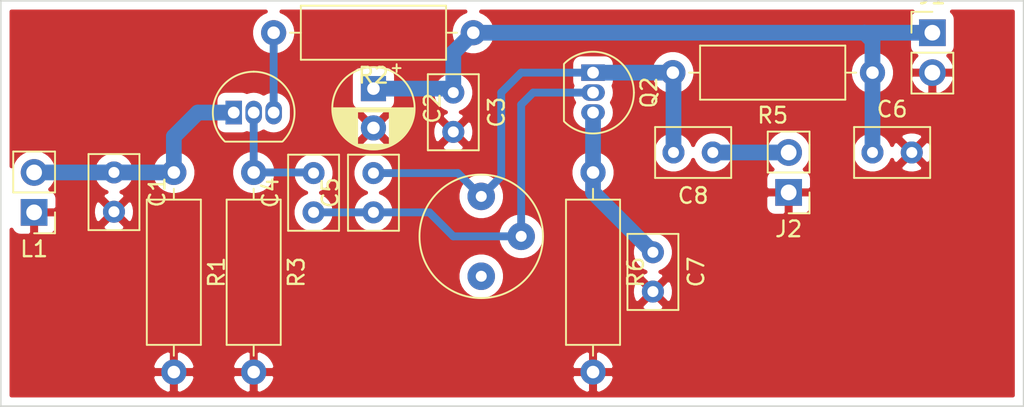
<source format=kicad_pcb>
(kicad_pcb (version 20171130) (host pcbnew 5.1.8-5.1.8)

  (general
    (thickness 1.6)
    (drawings 4)
    (tracks 39)
    (zones 0)
    (modules 19)
    (nets 10)
  )

  (page A4)
  (layers
    (0 F.Cu signal hide)
    (31 B.Cu signal)
    (32 B.Adhes user)
    (33 F.Adhes user)
    (34 B.Paste user hide)
    (35 F.Paste user)
    (36 B.SilkS user)
    (37 F.SilkS user hide)
    (38 B.Mask user)
    (39 F.Mask user)
    (40 Dwgs.User user)
    (41 Cmts.User user)
    (42 Eco1.User user)
    (43 Eco2.User user)
    (44 Edge.Cuts user)
    (45 Margin user)
    (46 B.CrtYd user)
    (47 F.CrtYd user)
    (48 B.Fab user)
    (49 F.Fab user)
  )

  (setup
    (last_trace_width 0.5)
    (user_trace_width 0.3)
    (user_trace_width 0.5)
    (user_trace_width 1)
    (trace_clearance 0.2)
    (zone_clearance 0.508)
    (zone_45_only no)
    (trace_min 0.2)
    (via_size 0.8)
    (via_drill 0.4)
    (via_min_size 0.4)
    (via_min_drill 0.3)
    (uvia_size 0.3)
    (uvia_drill 0.1)
    (uvias_allowed no)
    (uvia_min_size 0.2)
    (uvia_min_drill 0.1)
    (edge_width 0.05)
    (segment_width 0.2)
    (pcb_text_width 0.3)
    (pcb_text_size 1.5 1.5)
    (mod_edge_width 0.12)
    (mod_text_size 1 1)
    (mod_text_width 0.15)
    (pad_size 1.524 1.524)
    (pad_drill 0.762)
    (pad_to_mask_clearance 0)
    (aux_axis_origin 0 0)
    (visible_elements FFFFFF7F)
    (pcbplotparams
      (layerselection 0x010fc_ffffffff)
      (usegerberextensions false)
      (usegerberattributes true)
      (usegerberadvancedattributes true)
      (creategerberjobfile true)
      (excludeedgelayer true)
      (linewidth 0.100000)
      (plotframeref false)
      (viasonmask false)
      (mode 1)
      (useauxorigin false)
      (hpglpennumber 1)
      (hpglpenspeed 20)
      (hpglpendiameter 15.000000)
      (psnegative false)
      (psa4output false)
      (plotreference true)
      (plotvalue true)
      (plotinvisibletext false)
      (padsonsilk false)
      (subtractmaskfromsilk false)
      (outputformat 1)
      (mirror false)
      (drillshape 1)
      (scaleselection 1)
      (outputdirectory ""))
  )

  (net 0 "")
  (net 1 GND)
  (net 2 "Net-(C1-Pad1)")
  (net 3 "Net-(C4-Pad2)")
  (net 4 "Net-(C4-Pad1)")
  (net 5 +12V)
  (net 6 "Net-(C5-Pad2)")
  (net 7 "Net-(C7-Pad1)")
  (net 8 "Net-(C8-Pad1)")
  (net 9 "Net-(Q1-Pad3)")

  (net_class Default "This is the default net class."
    (clearance 0.2)
    (trace_width 0.25)
    (via_dia 0.8)
    (via_drill 0.4)
    (uvia_dia 0.3)
    (uvia_drill 0.1)
    (add_net +12V)
    (add_net GND)
    (add_net "Net-(C1-Pad1)")
    (add_net "Net-(C4-Pad1)")
    (add_net "Net-(C4-Pad2)")
    (add_net "Net-(C5-Pad2)")
    (add_net "Net-(C7-Pad1)")
    (add_net "Net-(C8-Pad1)")
    (add_net "Net-(Q1-Pad3)")
  )

  (module Potentiometer_THT:Potentiometer_Bourns_3339P_Vertical_HandSoldering (layer F.Cu) (tedit 5BCDF3D1) (tstamp 61BC83B7)
    (at 145.288 100.584 180)
    (descr "Potentiometer, vertical, Bourns 3339P, hand-soldering, http://www.bourns.com/docs/Product-Datasheets/3339.pdf")
    (tags "Potentiometer vertical Bourns 3339P hand-soldering")
    (path /61CBFFDD)
    (fp_text reference R4 (at 2.54 -8.382 270) (layer F.Fab)
      (effects (font (size 1 1) (thickness 0.15)))
    )
    (fp_text value 100K (at 0 -10.16 270) (layer F.Fab)
      (effects (font (size 1 1) (thickness 0.15)))
    )
    (fp_text user %R (at -3.018 -2.54 90) (layer F.Fab)
      (effects (font (size 0.66 0.66) (thickness 0.15)))
    )
    (fp_circle (center 0 -2.54) (end 3.81 -2.54) (layer F.Fab) (width 0.1))
    (fp_circle (center 0 -2.54) (end 2.5 -2.54) (layer F.Fab) (width 0.1))
    (fp_circle (center 0 -2.54) (end 3.93 -2.54) (layer F.SilkS) (width 0.12))
    (fp_line (start 0 -0.064) (end 0.001 -5.014) (layer F.Fab) (width 0.1))
    (fp_line (start 0 -0.064) (end 0.001 -5.014) (layer F.Fab) (width 0.1))
    (fp_line (start -4.1 -6.6) (end -4.1 1.55) (layer F.CrtYd) (width 0.05))
    (fp_line (start -4.1 1.55) (end 4.1 1.55) (layer F.CrtYd) (width 0.05))
    (fp_line (start 4.1 1.55) (end 4.1 -6.6) (layer F.CrtYd) (width 0.05))
    (fp_line (start 4.1 -6.6) (end -4.1 -6.6) (layer F.CrtYd) (width 0.05))
    (pad 1 thru_hole circle (at 0 0 180) (size 1.75 1.75) (drill 0.7) (layers *.Cu *.Mask)
      (net 6 "Net-(C5-Pad2)"))
    (pad 2 thru_hole circle (at -2.54 -2.54 180) (size 1.75 1.75) (drill 0.7) (layers *.Cu *.Mask)
      (net 4 "Net-(C4-Pad1)"))
    (pad 3 thru_hole circle (at 0 -5.08 180) (size 1.75 1.75) (drill 0.7) (layers *.Cu *.Mask))
    (model ${KISYS3DMOD}/Potentiometer_THT.3dshapes/Potentiometer_Bourns_3339P_Vertical.wrl
      (at (xyz 0 0 0))
      (scale (xyz 1 1 1))
      (rotate (xyz 0 0 0))
    )
  )

  (module Resistor_THT:R_Axial_DIN0309_L9.0mm_D3.2mm_P12.70mm_Horizontal (layer F.Cu) (tedit 5AE5139B) (tstamp 61CC551B)
    (at 152.4 99.06 270)
    (descr "Resistor, Axial_DIN0309 series, Axial, Horizontal, pin pitch=12.7mm, 0.5W = 1/2W, length*diameter=9*3.2mm^2, http://cdn-reichelt.de/documents/datenblatt/B400/1_4W%23YAG.pdf")
    (tags "Resistor Axial_DIN0309 series Axial Horizontal pin pitch 12.7mm 0.5W = 1/2W length 9mm diameter 3.2mm")
    (path /61CC164E)
    (fp_text reference R6 (at 6.35 -2.72 90) (layer F.SilkS)
      (effects (font (size 1 1) (thickness 0.15)))
    )
    (fp_text value 470 (at 5.08 0.254 90) (layer F.Fab)
      (effects (font (size 1 1) (thickness 0.15)))
    )
    (fp_line (start 13.75 -1.85) (end -1.05 -1.85) (layer F.CrtYd) (width 0.05))
    (fp_line (start 13.75 1.85) (end 13.75 -1.85) (layer F.CrtYd) (width 0.05))
    (fp_line (start -1.05 1.85) (end 13.75 1.85) (layer F.CrtYd) (width 0.05))
    (fp_line (start -1.05 -1.85) (end -1.05 1.85) (layer F.CrtYd) (width 0.05))
    (fp_line (start 11.66 0) (end 10.97 0) (layer F.SilkS) (width 0.12))
    (fp_line (start 1.04 0) (end 1.73 0) (layer F.SilkS) (width 0.12))
    (fp_line (start 10.97 -1.72) (end 1.73 -1.72) (layer F.SilkS) (width 0.12))
    (fp_line (start 10.97 1.72) (end 10.97 -1.72) (layer F.SilkS) (width 0.12))
    (fp_line (start 1.73 1.72) (end 10.97 1.72) (layer F.SilkS) (width 0.12))
    (fp_line (start 1.73 -1.72) (end 1.73 1.72) (layer F.SilkS) (width 0.12))
    (fp_line (start 12.7 0) (end 10.85 0) (layer F.Fab) (width 0.1))
    (fp_line (start 0 0) (end 1.85 0) (layer F.Fab) (width 0.1))
    (fp_line (start 10.85 -1.6) (end 1.85 -1.6) (layer F.Fab) (width 0.1))
    (fp_line (start 10.85 1.6) (end 10.85 -1.6) (layer F.Fab) (width 0.1))
    (fp_line (start 1.85 1.6) (end 10.85 1.6) (layer F.Fab) (width 0.1))
    (fp_line (start 1.85 -1.6) (end 1.85 1.6) (layer F.Fab) (width 0.1))
    (fp_text user %R (at 8.89 0.254 90) (layer F.Fab)
      (effects (font (size 1 1) (thickness 0.15)))
    )
    (pad 2 thru_hole oval (at 12.7 0 270) (size 1.6 1.6) (drill 0.8) (layers *.Cu *.Mask)
      (net 1 GND))
    (pad 1 thru_hole circle (at 0 0 270) (size 1.6 1.6) (drill 0.8) (layers *.Cu *.Mask)
      (net 7 "Net-(C7-Pad1)"))
    (model ${KISYS3DMOD}/Resistor_THT.3dshapes/R_Axial_DIN0309_L9.0mm_D3.2mm_P12.70mm_Horizontal.wrl
      (at (xyz 0 0 0))
      (scale (xyz 1 1 1))
      (rotate (xyz 0 0 0))
    )
  )

  (module Resistor_THT:R_Axial_DIN0309_L9.0mm_D3.2mm_P12.70mm_Horizontal (layer F.Cu) (tedit 5AE5139B) (tstamp 61CC5504)
    (at 170.18 92.71 180)
    (descr "Resistor, Axial_DIN0309 series, Axial, Horizontal, pin pitch=12.7mm, 0.5W = 1/2W, length*diameter=9*3.2mm^2, http://cdn-reichelt.de/documents/datenblatt/B400/1_4W%23YAG.pdf")
    (tags "Resistor Axial_DIN0309 series Axial Horizontal pin pitch 12.7mm 0.5W = 1/2W length 9mm diameter 3.2mm")
    (path /61BF5DEF)
    (fp_text reference R5 (at 6.35 -2.72) (layer F.SilkS)
      (effects (font (size 1 1) (thickness 0.15)))
    )
    (fp_text value 3K3 (at 4.572 0.508) (layer F.Fab)
      (effects (font (size 1 1) (thickness 0.15)))
    )
    (fp_line (start 13.75 -1.85) (end -1.05 -1.85) (layer F.CrtYd) (width 0.05))
    (fp_line (start 13.75 1.85) (end 13.75 -1.85) (layer F.CrtYd) (width 0.05))
    (fp_line (start -1.05 1.85) (end 13.75 1.85) (layer F.CrtYd) (width 0.05))
    (fp_line (start -1.05 -1.85) (end -1.05 1.85) (layer F.CrtYd) (width 0.05))
    (fp_line (start 11.66 0) (end 10.97 0) (layer F.SilkS) (width 0.12))
    (fp_line (start 1.04 0) (end 1.73 0) (layer F.SilkS) (width 0.12))
    (fp_line (start 10.97 -1.72) (end 1.73 -1.72) (layer F.SilkS) (width 0.12))
    (fp_line (start 10.97 1.72) (end 10.97 -1.72) (layer F.SilkS) (width 0.12))
    (fp_line (start 1.73 1.72) (end 10.97 1.72) (layer F.SilkS) (width 0.12))
    (fp_line (start 1.73 -1.72) (end 1.73 1.72) (layer F.SilkS) (width 0.12))
    (fp_line (start 12.7 0) (end 10.85 0) (layer F.Fab) (width 0.1))
    (fp_line (start 0 0) (end 1.85 0) (layer F.Fab) (width 0.1))
    (fp_line (start 10.85 -1.6) (end 1.85 -1.6) (layer F.Fab) (width 0.1))
    (fp_line (start 10.85 1.6) (end 10.85 -1.6) (layer F.Fab) (width 0.1))
    (fp_line (start 1.85 1.6) (end 10.85 1.6) (layer F.Fab) (width 0.1))
    (fp_line (start 1.85 -1.6) (end 1.85 1.6) (layer F.Fab) (width 0.1))
    (fp_text user %R (at 9.144 0.508) (layer F.Fab)
      (effects (font (size 1 1) (thickness 0.15)))
    )
    (pad 2 thru_hole oval (at 12.7 0 180) (size 1.6 1.6) (drill 0.8) (layers *.Cu *.Mask)
      (net 6 "Net-(C5-Pad2)"))
    (pad 1 thru_hole circle (at 0 0 180) (size 1.6 1.6) (drill 0.8) (layers *.Cu *.Mask)
      (net 5 +12V))
    (model ${KISYS3DMOD}/Resistor_THT.3dshapes/R_Axial_DIN0309_L9.0mm_D3.2mm_P12.70mm_Horizontal.wrl
      (at (xyz 0 0 0))
      (scale (xyz 1 1 1))
      (rotate (xyz 0 0 0))
    )
  )

  (module Connector_PinHeader_2.54mm:PinHeader_1x02_P2.54mm_Vertical (layer F.Cu) (tedit 59FED5CC) (tstamp 61CC5449)
    (at 164.846 100.33 180)
    (descr "Through hole straight pin header, 1x02, 2.54mm pitch, single row")
    (tags "Through hole pin header THT 1x02 2.54mm single row")
    (path /61CC8A75)
    (fp_text reference J2 (at 0 -2.33) (layer F.SilkS)
      (effects (font (size 1 1) (thickness 0.15)))
    )
    (fp_text value Out (at 0.254 -4.572) (layer F.Fab)
      (effects (font (size 1 1) (thickness 0.15)))
    )
    (fp_line (start 1.8 -1.8) (end -1.8 -1.8) (layer F.CrtYd) (width 0.05))
    (fp_line (start 1.8 4.35) (end 1.8 -1.8) (layer F.CrtYd) (width 0.05))
    (fp_line (start -1.8 4.35) (end 1.8 4.35) (layer F.CrtYd) (width 0.05))
    (fp_line (start -1.8 -1.8) (end -1.8 4.35) (layer F.CrtYd) (width 0.05))
    (fp_line (start -1.33 -1.33) (end 0 -1.33) (layer F.SilkS) (width 0.12))
    (fp_line (start -1.33 0) (end -1.33 -1.33) (layer F.SilkS) (width 0.12))
    (fp_line (start -1.33 1.27) (end 1.33 1.27) (layer F.SilkS) (width 0.12))
    (fp_line (start 1.33 1.27) (end 1.33 3.87) (layer F.SilkS) (width 0.12))
    (fp_line (start -1.33 1.27) (end -1.33 3.87) (layer F.SilkS) (width 0.12))
    (fp_line (start -1.33 3.87) (end 1.33 3.87) (layer F.SilkS) (width 0.12))
    (fp_line (start -1.27 -0.635) (end -0.635 -1.27) (layer F.Fab) (width 0.1))
    (fp_line (start -1.27 3.81) (end -1.27 -0.635) (layer F.Fab) (width 0.1))
    (fp_line (start 1.27 3.81) (end -1.27 3.81) (layer F.Fab) (width 0.1))
    (fp_line (start 1.27 -1.27) (end 1.27 3.81) (layer F.Fab) (width 0.1))
    (fp_line (start -0.635 -1.27) (end 1.27 -1.27) (layer F.Fab) (width 0.1))
    (fp_text user %R (at 0.762 -2.794 180) (layer F.Fab)
      (effects (font (size 1 1) (thickness 0.15)))
    )
    (pad 2 thru_hole oval (at 0 2.54 180) (size 1.7 1.7) (drill 1) (layers *.Cu *.Mask)
      (net 8 "Net-(C8-Pad1)"))
    (pad 1 thru_hole rect (at 0 0 180) (size 1.7 1.7) (drill 1) (layers *.Cu *.Mask)
      (net 1 GND))
    (model ${KISYS3DMOD}/Connector_PinHeader_2.54mm.3dshapes/PinHeader_1x02_P2.54mm_Vertical.wrl
      (at (xyz 0 0 0))
      (scale (xyz 1 1 1))
      (rotate (xyz 0 0 0))
    )
  )

  (module Capacitor_THT:C_Rect_L4.6mm_W3.0mm_P2.50mm_MKS02_FKP02 (layer F.Cu) (tedit 5AE50EF0) (tstamp 61CC541E)
    (at 160.02 97.79 180)
    (descr "C, Rect series, Radial, pin pitch=2.50mm, , length*width=4.6*3.0mm^2, Capacitor, http://www.wima.de/DE/WIMA_MKS_02.pdf")
    (tags "C Rect series Radial pin pitch 2.50mm  length 4.6mm width 3.0mm Capacitor")
    (path /61CC7784)
    (fp_text reference C8 (at 1.25 -2.75) (layer F.SilkS)
      (effects (font (size 1 1) (thickness 0.15)))
    )
    (fp_text value 100n (at 1.992 -4.064) (layer F.Fab)
      (effects (font (size 1 1) (thickness 0.15)))
    )
    (fp_line (start 3.8 -1.75) (end -1.3 -1.75) (layer F.CrtYd) (width 0.05))
    (fp_line (start 3.8 1.75) (end 3.8 -1.75) (layer F.CrtYd) (width 0.05))
    (fp_line (start -1.3 1.75) (end 3.8 1.75) (layer F.CrtYd) (width 0.05))
    (fp_line (start -1.3 -1.75) (end -1.3 1.75) (layer F.CrtYd) (width 0.05))
    (fp_line (start 3.67 -1.62) (end 3.67 1.62) (layer F.SilkS) (width 0.12))
    (fp_line (start -1.17 -1.62) (end -1.17 1.62) (layer F.SilkS) (width 0.12))
    (fp_line (start -1.17 1.62) (end 3.67 1.62) (layer F.SilkS) (width 0.12))
    (fp_line (start -1.17 -1.62) (end 3.67 -1.62) (layer F.SilkS) (width 0.12))
    (fp_line (start 3.55 -1.5) (end -1.05 -1.5) (layer F.Fab) (width 0.1))
    (fp_line (start 3.55 1.5) (end 3.55 -1.5) (layer F.Fab) (width 0.1))
    (fp_line (start -1.05 1.5) (end 3.55 1.5) (layer F.Fab) (width 0.1))
    (fp_line (start -1.05 -1.5) (end -1.05 1.5) (layer F.Fab) (width 0.1))
    (fp_text user %R (at 3.008 -2.794) (layer F.Fab)
      (effects (font (size 0.92 0.92) (thickness 0.138)))
    )
    (pad 2 thru_hole circle (at 2.5 0 180) (size 1.4 1.4) (drill 0.7) (layers *.Cu *.Mask)
      (net 6 "Net-(C5-Pad2)"))
    (pad 1 thru_hole circle (at 0 0 180) (size 1.4 1.4) (drill 0.7) (layers *.Cu *.Mask)
      (net 8 "Net-(C8-Pad1)"))
    (model ${KISYS3DMOD}/Capacitor_THT.3dshapes/C_Rect_L4.6mm_W3.0mm_P2.50mm_MKS02_FKP02.wrl
      (at (xyz 0 0 0))
      (scale (xyz 1 1 1))
      (rotate (xyz 0 0 0))
    )
  )

  (module Capacitor_THT:C_Rect_L4.6mm_W3.0mm_P2.50mm_MKS02_FKP02 (layer F.Cu) (tedit 5AE50EF0) (tstamp 61CC540B)
    (at 156.21 104.14 270)
    (descr "C, Rect series, Radial, pin pitch=2.50mm, , length*width=4.6*3.0mm^2, Capacitor, http://www.wima.de/DE/WIMA_MKS_02.pdf")
    (tags "C Rect series Radial pin pitch 2.50mm  length 4.6mm width 3.0mm Capacitor")
    (path /61BF52B0)
    (fp_text reference C7 (at 1.25 -2.75 90) (layer F.SilkS)
      (effects (font (size 1 1) (thickness 0.15)))
    )
    (fp_text value 560nF (at 1.524 -4.064 90) (layer F.Fab)
      (effects (font (size 1 1) (thickness 0.15)))
    )
    (fp_line (start 3.8 -1.75) (end -1.3 -1.75) (layer F.CrtYd) (width 0.05))
    (fp_line (start 3.8 1.75) (end 3.8 -1.75) (layer F.CrtYd) (width 0.05))
    (fp_line (start -1.3 1.75) (end 3.8 1.75) (layer F.CrtYd) (width 0.05))
    (fp_line (start -1.3 -1.75) (end -1.3 1.75) (layer F.CrtYd) (width 0.05))
    (fp_line (start 3.67 -1.62) (end 3.67 1.62) (layer F.SilkS) (width 0.12))
    (fp_line (start -1.17 -1.62) (end -1.17 1.62) (layer F.SilkS) (width 0.12))
    (fp_line (start -1.17 1.62) (end 3.67 1.62) (layer F.SilkS) (width 0.12))
    (fp_line (start -1.17 -1.62) (end 3.67 -1.62) (layer F.SilkS) (width 0.12))
    (fp_line (start 3.55 -1.5) (end -1.05 -1.5) (layer F.Fab) (width 0.1))
    (fp_line (start 3.55 1.5) (end 3.55 -1.5) (layer F.Fab) (width 0.1))
    (fp_line (start -1.05 1.5) (end 3.55 1.5) (layer F.Fab) (width 0.1))
    (fp_line (start -1.05 -1.5) (end -1.05 1.5) (layer F.Fab) (width 0.1))
    (fp_text user %R (at 2.794 -2.794 90) (layer F.Fab)
      (effects (font (size 0.92 0.92) (thickness 0.138)))
    )
    (pad 2 thru_hole circle (at 2.5 0 270) (size 1.4 1.4) (drill 0.7) (layers *.Cu *.Mask)
      (net 1 GND))
    (pad 1 thru_hole circle (at 0 0 270) (size 1.4 1.4) (drill 0.7) (layers *.Cu *.Mask)
      (net 7 "Net-(C7-Pad1)"))
    (model ${KISYS3DMOD}/Capacitor_THT.3dshapes/C_Rect_L4.6mm_W3.0mm_P2.50mm_MKS02_FKP02.wrl
      (at (xyz 0 0 0))
      (scale (xyz 1 1 1))
      (rotate (xyz 0 0 0))
    )
  )

  (module Capacitor_THT:C_Rect_L4.6mm_W3.0mm_P2.50mm_MKS02_FKP02 (layer F.Cu) (tedit 5AE50EF0) (tstamp 61CC53F8)
    (at 170.18 97.79)
    (descr "C, Rect series, Radial, pin pitch=2.50mm, , length*width=4.6*3.0mm^2, Capacitor, http://www.wima.de/DE/WIMA_MKS_02.pdf")
    (tags "C Rect series Radial pin pitch 2.50mm  length 4.6mm width 3.0mm Capacitor")
    (path /61CE6D5E)
    (fp_text reference C6 (at 1.25 -2.75) (layer F.SilkS)
      (effects (font (size 1 1) (thickness 0.15)))
    )
    (fp_text value 100nF (at 0.762 4.826) (layer F.Fab)
      (effects (font (size 1 1) (thickness 0.15)))
    )
    (fp_line (start 3.8 -1.75) (end -1.3 -1.75) (layer F.CrtYd) (width 0.05))
    (fp_line (start 3.8 1.75) (end 3.8 -1.75) (layer F.CrtYd) (width 0.05))
    (fp_line (start -1.3 1.75) (end 3.8 1.75) (layer F.CrtYd) (width 0.05))
    (fp_line (start -1.3 -1.75) (end -1.3 1.75) (layer F.CrtYd) (width 0.05))
    (fp_line (start 3.67 -1.62) (end 3.67 1.62) (layer F.SilkS) (width 0.12))
    (fp_line (start -1.17 -1.62) (end -1.17 1.62) (layer F.SilkS) (width 0.12))
    (fp_line (start -1.17 1.62) (end 3.67 1.62) (layer F.SilkS) (width 0.12))
    (fp_line (start -1.17 -1.62) (end 3.67 -1.62) (layer F.SilkS) (width 0.12))
    (fp_line (start 3.55 -1.5) (end -1.05 -1.5) (layer F.Fab) (width 0.1))
    (fp_line (start 3.55 1.5) (end 3.55 -1.5) (layer F.Fab) (width 0.1))
    (fp_line (start -1.05 1.5) (end 3.55 1.5) (layer F.Fab) (width 0.1))
    (fp_line (start -1.05 -1.5) (end -1.05 1.5) (layer F.Fab) (width 0.1))
    (fp_text user %R (at -0.508 3.048) (layer F.Fab)
      (effects (font (size 0.92 0.92) (thickness 0.138)))
    )
    (pad 2 thru_hole circle (at 2.5 0) (size 1.4 1.4) (drill 0.7) (layers *.Cu *.Mask)
      (net 1 GND))
    (pad 1 thru_hole circle (at 0 0) (size 1.4 1.4) (drill 0.7) (layers *.Cu *.Mask)
      (net 5 +12V))
    (model ${KISYS3DMOD}/Capacitor_THT.3dshapes/C_Rect_L4.6mm_W3.0mm_P2.50mm_MKS02_FKP02.wrl
      (at (xyz 0 0 0))
      (scale (xyz 1 1 1))
      (rotate (xyz 0 0 0))
    )
  )

  (module Capacitor_THT:C_Rect_L4.6mm_W3.0mm_P2.50mm_MKS02_FKP02 (layer F.Cu) (tedit 5AE50EF0) (tstamp 61CC53E5)
    (at 138.43 101.6 90)
    (descr "C, Rect series, Radial, pin pitch=2.50mm, , length*width=4.6*3.0mm^2, Capacitor, http://www.wima.de/DE/WIMA_MKS_02.pdf")
    (tags "C Rect series Radial pin pitch 2.50mm  length 4.6mm width 3.0mm Capacitor")
    (path /61CCCBBA)
    (fp_text reference C5 (at 1.25 -2.75 90) (layer F.SilkS)
      (effects (font (size 1 1) (thickness 0.15)))
    )
    (fp_text value 220pF (at -3.81 1.016 90) (layer F.Fab)
      (effects (font (size 1 1) (thickness 0.15)))
    )
    (fp_line (start 3.8 -1.75) (end -1.3 -1.75) (layer F.CrtYd) (width 0.05))
    (fp_line (start 3.8 1.75) (end 3.8 -1.75) (layer F.CrtYd) (width 0.05))
    (fp_line (start -1.3 1.75) (end 3.8 1.75) (layer F.CrtYd) (width 0.05))
    (fp_line (start -1.3 -1.75) (end -1.3 1.75) (layer F.CrtYd) (width 0.05))
    (fp_line (start 3.67 -1.62) (end 3.67 1.62) (layer F.SilkS) (width 0.12))
    (fp_line (start -1.17 -1.62) (end -1.17 1.62) (layer F.SilkS) (width 0.12))
    (fp_line (start -1.17 1.62) (end 3.67 1.62) (layer F.SilkS) (width 0.12))
    (fp_line (start -1.17 -1.62) (end 3.67 -1.62) (layer F.SilkS) (width 0.12))
    (fp_line (start 3.55 -1.5) (end -1.05 -1.5) (layer F.Fab) (width 0.1))
    (fp_line (start 3.55 1.5) (end 3.55 -1.5) (layer F.Fab) (width 0.1))
    (fp_line (start -1.05 1.5) (end 3.55 1.5) (layer F.Fab) (width 0.1))
    (fp_line (start -1.05 -1.5) (end -1.05 1.5) (layer F.Fab) (width 0.1))
    (fp_text user %R (at -5.334 -0.508 90) (layer F.Fab)
      (effects (font (size 0.92 0.92) (thickness 0.138)))
    )
    (pad 2 thru_hole circle (at 2.5 0 90) (size 1.4 1.4) (drill 0.7) (layers *.Cu *.Mask)
      (net 6 "Net-(C5-Pad2)"))
    (pad 1 thru_hole circle (at 0 0 90) (size 1.4 1.4) (drill 0.7) (layers *.Cu *.Mask)
      (net 4 "Net-(C4-Pad1)"))
    (model ${KISYS3DMOD}/Capacitor_THT.3dshapes/C_Rect_L4.6mm_W3.0mm_P2.50mm_MKS02_FKP02.wrl
      (at (xyz 0 0 0))
      (scale (xyz 1 1 1))
      (rotate (xyz 0 0 0))
    )
  )

  (module Capacitor_THT:CP_Radial_D5.0mm_P2.50mm (layer F.Cu) (tedit 5AE50EF0) (tstamp 61BC82AB)
    (at 138.43 93.726 270)
    (descr "CP, Radial series, Radial, pin pitch=2.50mm, , diameter=5mm, Electrolytic Capacitor")
    (tags "CP Radial series Radial pin pitch 2.50mm  diameter 5mm Electrolytic Capacitor")
    (path /61CEC361)
    (fp_text reference C2 (at 1.25 -3.75 90) (layer F.SilkS)
      (effects (font (size 1 1) (thickness 0.15)))
    )
    (fp_text value 10µF (at 0.508 3.302 90) (layer F.Fab)
      (effects (font (size 1 1) (thickness 0.15)))
    )
    (fp_line (start -1.304775 -1.725) (end -1.304775 -1.225) (layer F.SilkS) (width 0.12))
    (fp_line (start -1.554775 -1.475) (end -1.054775 -1.475) (layer F.SilkS) (width 0.12))
    (fp_line (start 3.851 -0.284) (end 3.851 0.284) (layer F.SilkS) (width 0.12))
    (fp_line (start 3.811 -0.518) (end 3.811 0.518) (layer F.SilkS) (width 0.12))
    (fp_line (start 3.771 -0.677) (end 3.771 0.677) (layer F.SilkS) (width 0.12))
    (fp_line (start 3.731 -0.805) (end 3.731 0.805) (layer F.SilkS) (width 0.12))
    (fp_line (start 3.691 -0.915) (end 3.691 0.915) (layer F.SilkS) (width 0.12))
    (fp_line (start 3.651 -1.011) (end 3.651 1.011) (layer F.SilkS) (width 0.12))
    (fp_line (start 3.611 -1.098) (end 3.611 1.098) (layer F.SilkS) (width 0.12))
    (fp_line (start 3.571 -1.178) (end 3.571 1.178) (layer F.SilkS) (width 0.12))
    (fp_line (start 3.531 1.04) (end 3.531 1.251) (layer F.SilkS) (width 0.12))
    (fp_line (start 3.531 -1.251) (end 3.531 -1.04) (layer F.SilkS) (width 0.12))
    (fp_line (start 3.491 1.04) (end 3.491 1.319) (layer F.SilkS) (width 0.12))
    (fp_line (start 3.491 -1.319) (end 3.491 -1.04) (layer F.SilkS) (width 0.12))
    (fp_line (start 3.451 1.04) (end 3.451 1.383) (layer F.SilkS) (width 0.12))
    (fp_line (start 3.451 -1.383) (end 3.451 -1.04) (layer F.SilkS) (width 0.12))
    (fp_line (start 3.411 1.04) (end 3.411 1.443) (layer F.SilkS) (width 0.12))
    (fp_line (start 3.411 -1.443) (end 3.411 -1.04) (layer F.SilkS) (width 0.12))
    (fp_line (start 3.371 1.04) (end 3.371 1.5) (layer F.SilkS) (width 0.12))
    (fp_line (start 3.371 -1.5) (end 3.371 -1.04) (layer F.SilkS) (width 0.12))
    (fp_line (start 3.331 1.04) (end 3.331 1.554) (layer F.SilkS) (width 0.12))
    (fp_line (start 3.331 -1.554) (end 3.331 -1.04) (layer F.SilkS) (width 0.12))
    (fp_line (start 3.291 1.04) (end 3.291 1.605) (layer F.SilkS) (width 0.12))
    (fp_line (start 3.291 -1.605) (end 3.291 -1.04) (layer F.SilkS) (width 0.12))
    (fp_line (start 3.251 1.04) (end 3.251 1.653) (layer F.SilkS) (width 0.12))
    (fp_line (start 3.251 -1.653) (end 3.251 -1.04) (layer F.SilkS) (width 0.12))
    (fp_line (start 3.211 1.04) (end 3.211 1.699) (layer F.SilkS) (width 0.12))
    (fp_line (start 3.211 -1.699) (end 3.211 -1.04) (layer F.SilkS) (width 0.12))
    (fp_line (start 3.171 1.04) (end 3.171 1.743) (layer F.SilkS) (width 0.12))
    (fp_line (start 3.171 -1.743) (end 3.171 -1.04) (layer F.SilkS) (width 0.12))
    (fp_line (start 3.131 1.04) (end 3.131 1.785) (layer F.SilkS) (width 0.12))
    (fp_line (start 3.131 -1.785) (end 3.131 -1.04) (layer F.SilkS) (width 0.12))
    (fp_line (start 3.091 1.04) (end 3.091 1.826) (layer F.SilkS) (width 0.12))
    (fp_line (start 3.091 -1.826) (end 3.091 -1.04) (layer F.SilkS) (width 0.12))
    (fp_line (start 3.051 1.04) (end 3.051 1.864) (layer F.SilkS) (width 0.12))
    (fp_line (start 3.051 -1.864) (end 3.051 -1.04) (layer F.SilkS) (width 0.12))
    (fp_line (start 3.011 1.04) (end 3.011 1.901) (layer F.SilkS) (width 0.12))
    (fp_line (start 3.011 -1.901) (end 3.011 -1.04) (layer F.SilkS) (width 0.12))
    (fp_line (start 2.971 1.04) (end 2.971 1.937) (layer F.SilkS) (width 0.12))
    (fp_line (start 2.971 -1.937) (end 2.971 -1.04) (layer F.SilkS) (width 0.12))
    (fp_line (start 2.931 1.04) (end 2.931 1.971) (layer F.SilkS) (width 0.12))
    (fp_line (start 2.931 -1.971) (end 2.931 -1.04) (layer F.SilkS) (width 0.12))
    (fp_line (start 2.891 1.04) (end 2.891 2.004) (layer F.SilkS) (width 0.12))
    (fp_line (start 2.891 -2.004) (end 2.891 -1.04) (layer F.SilkS) (width 0.12))
    (fp_line (start 2.851 1.04) (end 2.851 2.035) (layer F.SilkS) (width 0.12))
    (fp_line (start 2.851 -2.035) (end 2.851 -1.04) (layer F.SilkS) (width 0.12))
    (fp_line (start 2.811 1.04) (end 2.811 2.065) (layer F.SilkS) (width 0.12))
    (fp_line (start 2.811 -2.065) (end 2.811 -1.04) (layer F.SilkS) (width 0.12))
    (fp_line (start 2.771 1.04) (end 2.771 2.095) (layer F.SilkS) (width 0.12))
    (fp_line (start 2.771 -2.095) (end 2.771 -1.04) (layer F.SilkS) (width 0.12))
    (fp_line (start 2.731 1.04) (end 2.731 2.122) (layer F.SilkS) (width 0.12))
    (fp_line (start 2.731 -2.122) (end 2.731 -1.04) (layer F.SilkS) (width 0.12))
    (fp_line (start 2.691 1.04) (end 2.691 2.149) (layer F.SilkS) (width 0.12))
    (fp_line (start 2.691 -2.149) (end 2.691 -1.04) (layer F.SilkS) (width 0.12))
    (fp_line (start 2.651 1.04) (end 2.651 2.175) (layer F.SilkS) (width 0.12))
    (fp_line (start 2.651 -2.175) (end 2.651 -1.04) (layer F.SilkS) (width 0.12))
    (fp_line (start 2.611 1.04) (end 2.611 2.2) (layer F.SilkS) (width 0.12))
    (fp_line (start 2.611 -2.2) (end 2.611 -1.04) (layer F.SilkS) (width 0.12))
    (fp_line (start 2.571 1.04) (end 2.571 2.224) (layer F.SilkS) (width 0.12))
    (fp_line (start 2.571 -2.224) (end 2.571 -1.04) (layer F.SilkS) (width 0.12))
    (fp_line (start 2.531 1.04) (end 2.531 2.247) (layer F.SilkS) (width 0.12))
    (fp_line (start 2.531 -2.247) (end 2.531 -1.04) (layer F.SilkS) (width 0.12))
    (fp_line (start 2.491 1.04) (end 2.491 2.268) (layer F.SilkS) (width 0.12))
    (fp_line (start 2.491 -2.268) (end 2.491 -1.04) (layer F.SilkS) (width 0.12))
    (fp_line (start 2.451 1.04) (end 2.451 2.29) (layer F.SilkS) (width 0.12))
    (fp_line (start 2.451 -2.29) (end 2.451 -1.04) (layer F.SilkS) (width 0.12))
    (fp_line (start 2.411 1.04) (end 2.411 2.31) (layer F.SilkS) (width 0.12))
    (fp_line (start 2.411 -2.31) (end 2.411 -1.04) (layer F.SilkS) (width 0.12))
    (fp_line (start 2.371 1.04) (end 2.371 2.329) (layer F.SilkS) (width 0.12))
    (fp_line (start 2.371 -2.329) (end 2.371 -1.04) (layer F.SilkS) (width 0.12))
    (fp_line (start 2.331 1.04) (end 2.331 2.348) (layer F.SilkS) (width 0.12))
    (fp_line (start 2.331 -2.348) (end 2.331 -1.04) (layer F.SilkS) (width 0.12))
    (fp_line (start 2.291 1.04) (end 2.291 2.365) (layer F.SilkS) (width 0.12))
    (fp_line (start 2.291 -2.365) (end 2.291 -1.04) (layer F.SilkS) (width 0.12))
    (fp_line (start 2.251 1.04) (end 2.251 2.382) (layer F.SilkS) (width 0.12))
    (fp_line (start 2.251 -2.382) (end 2.251 -1.04) (layer F.SilkS) (width 0.12))
    (fp_line (start 2.211 1.04) (end 2.211 2.398) (layer F.SilkS) (width 0.12))
    (fp_line (start 2.211 -2.398) (end 2.211 -1.04) (layer F.SilkS) (width 0.12))
    (fp_line (start 2.171 1.04) (end 2.171 2.414) (layer F.SilkS) (width 0.12))
    (fp_line (start 2.171 -2.414) (end 2.171 -1.04) (layer F.SilkS) (width 0.12))
    (fp_line (start 2.131 1.04) (end 2.131 2.428) (layer F.SilkS) (width 0.12))
    (fp_line (start 2.131 -2.428) (end 2.131 -1.04) (layer F.SilkS) (width 0.12))
    (fp_line (start 2.091 1.04) (end 2.091 2.442) (layer F.SilkS) (width 0.12))
    (fp_line (start 2.091 -2.442) (end 2.091 -1.04) (layer F.SilkS) (width 0.12))
    (fp_line (start 2.051 1.04) (end 2.051 2.455) (layer F.SilkS) (width 0.12))
    (fp_line (start 2.051 -2.455) (end 2.051 -1.04) (layer F.SilkS) (width 0.12))
    (fp_line (start 2.011 1.04) (end 2.011 2.468) (layer F.SilkS) (width 0.12))
    (fp_line (start 2.011 -2.468) (end 2.011 -1.04) (layer F.SilkS) (width 0.12))
    (fp_line (start 1.971 1.04) (end 1.971 2.48) (layer F.SilkS) (width 0.12))
    (fp_line (start 1.971 -2.48) (end 1.971 -1.04) (layer F.SilkS) (width 0.12))
    (fp_line (start 1.93 1.04) (end 1.93 2.491) (layer F.SilkS) (width 0.12))
    (fp_line (start 1.93 -2.491) (end 1.93 -1.04) (layer F.SilkS) (width 0.12))
    (fp_line (start 1.89 1.04) (end 1.89 2.501) (layer F.SilkS) (width 0.12))
    (fp_line (start 1.89 -2.501) (end 1.89 -1.04) (layer F.SilkS) (width 0.12))
    (fp_line (start 1.85 1.04) (end 1.85 2.511) (layer F.SilkS) (width 0.12))
    (fp_line (start 1.85 -2.511) (end 1.85 -1.04) (layer F.SilkS) (width 0.12))
    (fp_line (start 1.81 1.04) (end 1.81 2.52) (layer F.SilkS) (width 0.12))
    (fp_line (start 1.81 -2.52) (end 1.81 -1.04) (layer F.SilkS) (width 0.12))
    (fp_line (start 1.77 1.04) (end 1.77 2.528) (layer F.SilkS) (width 0.12))
    (fp_line (start 1.77 -2.528) (end 1.77 -1.04) (layer F.SilkS) (width 0.12))
    (fp_line (start 1.73 1.04) (end 1.73 2.536) (layer F.SilkS) (width 0.12))
    (fp_line (start 1.73 -2.536) (end 1.73 -1.04) (layer F.SilkS) (width 0.12))
    (fp_line (start 1.69 1.04) (end 1.69 2.543) (layer F.SilkS) (width 0.12))
    (fp_line (start 1.69 -2.543) (end 1.69 -1.04) (layer F.SilkS) (width 0.12))
    (fp_line (start 1.65 1.04) (end 1.65 2.55) (layer F.SilkS) (width 0.12))
    (fp_line (start 1.65 -2.55) (end 1.65 -1.04) (layer F.SilkS) (width 0.12))
    (fp_line (start 1.61 1.04) (end 1.61 2.556) (layer F.SilkS) (width 0.12))
    (fp_line (start 1.61 -2.556) (end 1.61 -1.04) (layer F.SilkS) (width 0.12))
    (fp_line (start 1.57 1.04) (end 1.57 2.561) (layer F.SilkS) (width 0.12))
    (fp_line (start 1.57 -2.561) (end 1.57 -1.04) (layer F.SilkS) (width 0.12))
    (fp_line (start 1.53 1.04) (end 1.53 2.565) (layer F.SilkS) (width 0.12))
    (fp_line (start 1.53 -2.565) (end 1.53 -1.04) (layer F.SilkS) (width 0.12))
    (fp_line (start 1.49 1.04) (end 1.49 2.569) (layer F.SilkS) (width 0.12))
    (fp_line (start 1.49 -2.569) (end 1.49 -1.04) (layer F.SilkS) (width 0.12))
    (fp_line (start 1.45 -2.573) (end 1.45 2.573) (layer F.SilkS) (width 0.12))
    (fp_line (start 1.41 -2.576) (end 1.41 2.576) (layer F.SilkS) (width 0.12))
    (fp_line (start 1.37 -2.578) (end 1.37 2.578) (layer F.SilkS) (width 0.12))
    (fp_line (start 1.33 -2.579) (end 1.33 2.579) (layer F.SilkS) (width 0.12))
    (fp_line (start 1.29 -2.58) (end 1.29 2.58) (layer F.SilkS) (width 0.12))
    (fp_line (start 1.25 -2.58) (end 1.25 2.58) (layer F.SilkS) (width 0.12))
    (fp_line (start -0.633605 -1.3375) (end -0.633605 -0.8375) (layer F.Fab) (width 0.1))
    (fp_line (start -0.883605 -1.0875) (end -0.383605 -1.0875) (layer F.Fab) (width 0.1))
    (fp_circle (center 1.25 0) (end 4 0) (layer F.CrtYd) (width 0.05))
    (fp_circle (center 1.25 0) (end 3.87 0) (layer F.SilkS) (width 0.12))
    (fp_circle (center 1.25 0) (end 3.75 0) (layer F.Fab) (width 0.1))
    (fp_text user %R (at 2.794 4.318 90) (layer F.Fab)
      (effects (font (size 1 1) (thickness 0.15)))
    )
    (pad 2 thru_hole circle (at 2.5 0 270) (size 1.6 1.6) (drill 0.8) (layers *.Cu *.Mask)
      (net 1 GND))
    (pad 1 thru_hole rect (at 0 0 270) (size 1.6 1.6) (drill 0.8) (layers *.Cu *.Mask)
      (net 5 +12V))
    (model ${KISYS3DMOD}/Capacitor_THT.3dshapes/CP_Radial_D5.0mm_P2.50mm.wrl
      (at (xyz 0 0 0))
      (scale (xyz 1 1 1))
      (rotate (xyz 0 0 0))
    )
  )

  (module Connector_PinHeader_2.54mm:PinHeader_1x02_P2.54mm_Vertical (layer F.Cu) (tedit 59FED5CC) (tstamp 61BC9B96)
    (at 173.99 90.17)
    (descr "Through hole straight pin header, 1x02, 2.54mm pitch, single row")
    (tags "Through hole pin header THT 1x02 2.54mm single row")
    (path /61C17D8A)
    (fp_text reference J1 (at 0 -2.33) (layer F.SilkS)
      (effects (font (size 1 1) (thickness 0.15)))
    )
    (fp_text value Ub (at 2.032 6.858 90) (layer F.Fab)
      (effects (font (size 1 1) (thickness 0.15)))
    )
    (fp_line (start -0.635 -1.27) (end 1.27 -1.27) (layer F.Fab) (width 0.1))
    (fp_line (start 1.27 -1.27) (end 1.27 3.81) (layer F.Fab) (width 0.1))
    (fp_line (start 1.27 3.81) (end -1.27 3.81) (layer F.Fab) (width 0.1))
    (fp_line (start -1.27 3.81) (end -1.27 -0.635) (layer F.Fab) (width 0.1))
    (fp_line (start -1.27 -0.635) (end -0.635 -1.27) (layer F.Fab) (width 0.1))
    (fp_line (start -1.33 3.87) (end 1.33 3.87) (layer F.SilkS) (width 0.12))
    (fp_line (start -1.33 1.27) (end -1.33 3.87) (layer F.SilkS) (width 0.12))
    (fp_line (start 1.33 1.27) (end 1.33 3.87) (layer F.SilkS) (width 0.12))
    (fp_line (start -1.33 1.27) (end 1.33 1.27) (layer F.SilkS) (width 0.12))
    (fp_line (start -1.33 0) (end -1.33 -1.33) (layer F.SilkS) (width 0.12))
    (fp_line (start -1.33 -1.33) (end 0 -1.33) (layer F.SilkS) (width 0.12))
    (fp_line (start -1.8 -1.8) (end -1.8 4.35) (layer F.CrtYd) (width 0.05))
    (fp_line (start -1.8 4.35) (end 1.8 4.35) (layer F.CrtYd) (width 0.05))
    (fp_line (start 1.8 4.35) (end 1.8 -1.8) (layer F.CrtYd) (width 0.05))
    (fp_line (start 1.8 -1.8) (end -1.8 -1.8) (layer F.CrtYd) (width 0.05))
    (fp_text user %R (at 0.762 7.112 90) (layer F.Fab)
      (effects (font (size 1 1) (thickness 0.15)))
    )
    (pad 2 thru_hole oval (at 0 2.54) (size 1.7 1.7) (drill 1) (layers *.Cu *.Mask)
      (net 1 GND))
    (pad 1 thru_hole rect (at 0 0) (size 1.7 1.7) (drill 1) (layers *.Cu *.Mask)
      (net 5 +12V))
    (model ${KISYS3DMOD}/Connector_PinHeader_2.54mm.3dshapes/PinHeader_1x02_P2.54mm_Vertical.wrl
      (at (xyz 0 0 0))
      (scale (xyz 1 1 1))
      (rotate (xyz 0 0 0))
    )
  )

  (module Connector_PinHeader_2.54mm:PinHeader_1x02_P2.54mm_Vertical (layer F.Cu) (tedit 59FED5CC) (tstamp 61BC8304)
    (at 116.84 101.6 180)
    (descr "Through hole straight pin header, 1x02, 2.54mm pitch, single row")
    (tags "Through hole pin header THT 1x02 2.54mm single row")
    (path /61BEE520)
    (fp_text reference L1 (at 0 -2.33) (layer F.SilkS)
      (effects (font (size 1 1) (thickness 0.15)))
    )
    (fp_text value Antenne (at 0.4699 9.5885 90) (layer F.Fab)
      (effects (font (size 1 1) (thickness 0.15)))
    )
    (fp_line (start -0.635 -1.27) (end 1.27 -1.27) (layer F.Fab) (width 0.1))
    (fp_line (start 1.27 -1.27) (end 1.27 3.81) (layer F.Fab) (width 0.1))
    (fp_line (start 1.27 3.81) (end -1.27 3.81) (layer F.Fab) (width 0.1))
    (fp_line (start -1.27 3.81) (end -1.27 -0.635) (layer F.Fab) (width 0.1))
    (fp_line (start -1.27 -0.635) (end -0.635 -1.27) (layer F.Fab) (width 0.1))
    (fp_line (start -1.33 3.87) (end 1.33 3.87) (layer F.SilkS) (width 0.12))
    (fp_line (start -1.33 1.27) (end -1.33 3.87) (layer F.SilkS) (width 0.12))
    (fp_line (start 1.33 1.27) (end 1.33 3.87) (layer F.SilkS) (width 0.12))
    (fp_line (start -1.33 1.27) (end 1.33 1.27) (layer F.SilkS) (width 0.12))
    (fp_line (start -1.33 0) (end -1.33 -1.33) (layer F.SilkS) (width 0.12))
    (fp_line (start -1.33 -1.33) (end 0 -1.33) (layer F.SilkS) (width 0.12))
    (fp_line (start -1.8 -1.8) (end -1.8 4.35) (layer F.CrtYd) (width 0.05))
    (fp_line (start -1.8 4.35) (end 1.8 4.35) (layer F.CrtYd) (width 0.05))
    (fp_line (start 1.8 4.35) (end 1.8 -1.8) (layer F.CrtYd) (width 0.05))
    (fp_line (start 1.8 -1.8) (end -1.8 -1.8) (layer F.CrtYd) (width 0.05))
    (fp_text user %R (at 0.2159 -3.3655 90) (layer F.Fab)
      (effects (font (size 1 1) (thickness 0.15)))
    )
    (pad 2 thru_hole oval (at 0 2.54 180) (size 1.7 1.7) (drill 1) (layers *.Cu *.Mask)
      (net 2 "Net-(C1-Pad1)"))
    (pad 1 thru_hole rect (at 0 0 180) (size 1.7 1.7) (drill 1) (layers *.Cu *.Mask)
      (net 1 GND))
    (model ${KISYS3DMOD}/Connector_PinHeader_2.54mm.3dshapes/PinHeader_1x02_P2.54mm_Vertical.wrl
      (at (xyz 0 0 0))
      (scale (xyz 1 1 1))
      (rotate (xyz 0 0 0))
    )
  )

  (module Resistor_THT:R_Axial_DIN0309_L9.0mm_D3.2mm_P12.70mm_Horizontal (layer F.Cu) (tedit 5AE5139B) (tstamp 61BC83A0)
    (at 130.81 99.06 270)
    (descr "Resistor, Axial_DIN0309 series, Axial, Horizontal, pin pitch=12.7mm, 0.5W = 1/2W, length*diameter=9*3.2mm^2, http://cdn-reichelt.de/documents/datenblatt/B400/1_4W%23YAG.pdf")
    (tags "Resistor Axial_DIN0309 series Axial Horizontal pin pitch 12.7mm 0.5W = 1/2W length 9mm diameter 3.2mm")
    (path /61BF2888)
    (fp_text reference R3 (at 6.35 -2.72 90) (layer F.SilkS)
      (effects (font (size 1 1) (thickness 0.15)))
    )
    (fp_text value 2K2 (at 5.588 1.016 90) (layer F.Fab)
      (effects (font (size 1 1) (thickness 0.15)))
    )
    (fp_line (start 1.85 -1.6) (end 1.85 1.6) (layer F.Fab) (width 0.1))
    (fp_line (start 1.85 1.6) (end 10.85 1.6) (layer F.Fab) (width 0.1))
    (fp_line (start 10.85 1.6) (end 10.85 -1.6) (layer F.Fab) (width 0.1))
    (fp_line (start 10.85 -1.6) (end 1.85 -1.6) (layer F.Fab) (width 0.1))
    (fp_line (start 0 0) (end 1.85 0) (layer F.Fab) (width 0.1))
    (fp_line (start 12.7 0) (end 10.85 0) (layer F.Fab) (width 0.1))
    (fp_line (start 1.73 -1.72) (end 1.73 1.72) (layer F.SilkS) (width 0.12))
    (fp_line (start 1.73 1.72) (end 10.97 1.72) (layer F.SilkS) (width 0.12))
    (fp_line (start 10.97 1.72) (end 10.97 -1.72) (layer F.SilkS) (width 0.12))
    (fp_line (start 10.97 -1.72) (end 1.73 -1.72) (layer F.SilkS) (width 0.12))
    (fp_line (start 1.04 0) (end 1.73 0) (layer F.SilkS) (width 0.12))
    (fp_line (start 11.66 0) (end 10.97 0) (layer F.SilkS) (width 0.12))
    (fp_line (start -1.05 -1.85) (end -1.05 1.85) (layer F.CrtYd) (width 0.05))
    (fp_line (start -1.05 1.85) (end 13.75 1.85) (layer F.CrtYd) (width 0.05))
    (fp_line (start 13.75 1.85) (end 13.75 -1.85) (layer F.CrtYd) (width 0.05))
    (fp_line (start 13.75 -1.85) (end -1.05 -1.85) (layer F.CrtYd) (width 0.05))
    (fp_text user %R (at 9.398 0.508 90) (layer F.Fab)
      (effects (font (size 1 1) (thickness 0.15)))
    )
    (pad 2 thru_hole oval (at 12.7 0 270) (size 1.6 1.6) (drill 0.8) (layers *.Cu *.Mask)
      (net 1 GND))
    (pad 1 thru_hole circle (at 0 0 270) (size 1.6 1.6) (drill 0.8) (layers *.Cu *.Mask)
      (net 3 "Net-(C4-Pad2)"))
    (model ${KISYS3DMOD}/Resistor_THT.3dshapes/R_Axial_DIN0309_L9.0mm_D3.2mm_P12.70mm_Horizontal.wrl
      (at (xyz 0 0 0))
      (scale (xyz 1 1 1))
      (rotate (xyz 0 0 0))
    )
  )

  (module Resistor_THT:R_Axial_DIN0309_L9.0mm_D3.2mm_P12.70mm_Horizontal (layer F.Cu) (tedit 5AE5139B) (tstamp 61BC8389)
    (at 144.78 90.17 180)
    (descr "Resistor, Axial_DIN0309 series, Axial, Horizontal, pin pitch=12.7mm, 0.5W = 1/2W, length*diameter=9*3.2mm^2, http://cdn-reichelt.de/documents/datenblatt/B400/1_4W%23YAG.pdf")
    (tags "Resistor Axial_DIN0309 series Axial Horizontal pin pitch 12.7mm 0.5W = 1/2W length 9mm diameter 3.2mm")
    (path /61BF49BA)
    (fp_text reference R2 (at 6.35 -2.72) (layer F.SilkS)
      (effects (font (size 1 1) (thickness 0.15)))
    )
    (fp_text value 150 (at 4.318 0.508) (layer F.Fab)
      (effects (font (size 1 1) (thickness 0.15)))
    )
    (fp_line (start 1.85 -1.6) (end 1.85 1.6) (layer F.Fab) (width 0.1))
    (fp_line (start 1.85 1.6) (end 10.85 1.6) (layer F.Fab) (width 0.1))
    (fp_line (start 10.85 1.6) (end 10.85 -1.6) (layer F.Fab) (width 0.1))
    (fp_line (start 10.85 -1.6) (end 1.85 -1.6) (layer F.Fab) (width 0.1))
    (fp_line (start 0 0) (end 1.85 0) (layer F.Fab) (width 0.1))
    (fp_line (start 12.7 0) (end 10.85 0) (layer F.Fab) (width 0.1))
    (fp_line (start 1.73 -1.72) (end 1.73 1.72) (layer F.SilkS) (width 0.12))
    (fp_line (start 1.73 1.72) (end 10.97 1.72) (layer F.SilkS) (width 0.12))
    (fp_line (start 10.97 1.72) (end 10.97 -1.72) (layer F.SilkS) (width 0.12))
    (fp_line (start 10.97 -1.72) (end 1.73 -1.72) (layer F.SilkS) (width 0.12))
    (fp_line (start 1.04 0) (end 1.73 0) (layer F.SilkS) (width 0.12))
    (fp_line (start 11.66 0) (end 10.97 0) (layer F.SilkS) (width 0.12))
    (fp_line (start -1.05 -1.85) (end -1.05 1.85) (layer F.CrtYd) (width 0.05))
    (fp_line (start -1.05 1.85) (end 13.75 1.85) (layer F.CrtYd) (width 0.05))
    (fp_line (start 13.75 1.85) (end 13.75 -1.85) (layer F.CrtYd) (width 0.05))
    (fp_line (start 13.75 -1.85) (end -1.05 -1.85) (layer F.CrtYd) (width 0.05))
    (fp_text user %R (at 9.652 0.508) (layer F.Fab)
      (effects (font (size 1 1) (thickness 0.15)))
    )
    (pad 2 thru_hole oval (at 12.7 0 180) (size 1.6 1.6) (drill 0.8) (layers *.Cu *.Mask)
      (net 9 "Net-(Q1-Pad3)"))
    (pad 1 thru_hole circle (at 0 0 180) (size 1.6 1.6) (drill 0.8) (layers *.Cu *.Mask)
      (net 5 +12V))
    (model ${KISYS3DMOD}/Resistor_THT.3dshapes/R_Axial_DIN0309_L9.0mm_D3.2mm_P12.70mm_Horizontal.wrl
      (at (xyz 0 0 0))
      (scale (xyz 1 1 1))
      (rotate (xyz 0 0 0))
    )
  )

  (module Resistor_THT:R_Axial_DIN0309_L9.0mm_D3.2mm_P12.70mm_Horizontal (layer F.Cu) (tedit 5AE5139B) (tstamp 61BC8372)
    (at 125.73 99.06 270)
    (descr "Resistor, Axial_DIN0309 series, Axial, Horizontal, pin pitch=12.7mm, 0.5W = 1/2W, length*diameter=9*3.2mm^2, http://cdn-reichelt.de/documents/datenblatt/B400/1_4W%23YAG.pdf")
    (tags "Resistor Axial_DIN0309 series Axial Horizontal pin pitch 12.7mm 0.5W = 1/2W length 9mm diameter 3.2mm")
    (path /61CD5CE6)
    (fp_text reference R1 (at 6.35 -2.72 90) (layer F.SilkS)
      (effects (font (size 1 1) (thickness 0.15)))
    )
    (fp_text value 1M (at 5.588 0.254 90) (layer F.Fab)
      (effects (font (size 1 1) (thickness 0.15)))
    )
    (fp_line (start 1.85 -1.6) (end 1.85 1.6) (layer F.Fab) (width 0.1))
    (fp_line (start 1.85 1.6) (end 10.85 1.6) (layer F.Fab) (width 0.1))
    (fp_line (start 10.85 1.6) (end 10.85 -1.6) (layer F.Fab) (width 0.1))
    (fp_line (start 10.85 -1.6) (end 1.85 -1.6) (layer F.Fab) (width 0.1))
    (fp_line (start 0 0) (end 1.85 0) (layer F.Fab) (width 0.1))
    (fp_line (start 12.7 0) (end 10.85 0) (layer F.Fab) (width 0.1))
    (fp_line (start 1.73 -1.72) (end 1.73 1.72) (layer F.SilkS) (width 0.12))
    (fp_line (start 1.73 1.72) (end 10.97 1.72) (layer F.SilkS) (width 0.12))
    (fp_line (start 10.97 1.72) (end 10.97 -1.72) (layer F.SilkS) (width 0.12))
    (fp_line (start 10.97 -1.72) (end 1.73 -1.72) (layer F.SilkS) (width 0.12))
    (fp_line (start 1.04 0) (end 1.73 0) (layer F.SilkS) (width 0.12))
    (fp_line (start 11.66 0) (end 10.97 0) (layer F.SilkS) (width 0.12))
    (fp_line (start -1.05 -1.85) (end -1.05 1.85) (layer F.CrtYd) (width 0.05))
    (fp_line (start -1.05 1.85) (end 13.75 1.85) (layer F.CrtYd) (width 0.05))
    (fp_line (start 13.75 1.85) (end 13.75 -1.85) (layer F.CrtYd) (width 0.05))
    (fp_line (start 13.75 -1.85) (end -1.05 -1.85) (layer F.CrtYd) (width 0.05))
    (fp_text user %R (at 9.398 0.254 90) (layer F.Fab)
      (effects (font (size 1 1) (thickness 0.15)))
    )
    (pad 2 thru_hole oval (at 12.7 0 270) (size 1.6 1.6) (drill 0.8) (layers *.Cu *.Mask)
      (net 1 GND))
    (pad 1 thru_hole circle (at 0 0 270) (size 1.6 1.6) (drill 0.8) (layers *.Cu *.Mask)
      (net 2 "Net-(C1-Pad1)"))
    (model ${KISYS3DMOD}/Resistor_THT.3dshapes/R_Axial_DIN0309_L9.0mm_D3.2mm_P12.70mm_Horizontal.wrl
      (at (xyz 0 0 0))
      (scale (xyz 1 1 1))
      (rotate (xyz 0 0 0))
    )
  )

  (module Package_TO_SOT_THT:TO-92_Inline (layer F.Cu) (tedit 5A1DD157) (tstamp 61BC835B)
    (at 152.4 92.71 270)
    (descr "TO-92 leads in-line, narrow, oval pads, drill 0.75mm (see NXP sot054_po.pdf)")
    (tags "to-92 sc-43 sc-43a sot54 PA33 transistor")
    (path /61BF787B)
    (fp_text reference Q2 (at 1.27 -3.56 90) (layer F.SilkS)
      (effects (font (size 1 1) (thickness 0.15)))
    )
    (fp_text value BC546B (at -2.54 -1.778 180) (layer F.Fab)
      (effects (font (size 1 1) (thickness 0.15)))
    )
    (fp_line (start -0.53 1.85) (end 3.07 1.85) (layer F.SilkS) (width 0.12))
    (fp_line (start -0.5 1.75) (end 3 1.75) (layer F.Fab) (width 0.1))
    (fp_line (start -1.46 -2.73) (end 4 -2.73) (layer F.CrtYd) (width 0.05))
    (fp_line (start -1.46 -2.73) (end -1.46 2.01) (layer F.CrtYd) (width 0.05))
    (fp_line (start 4 2.01) (end 4 -2.73) (layer F.CrtYd) (width 0.05))
    (fp_line (start 4 2.01) (end -1.46 2.01) (layer F.CrtYd) (width 0.05))
    (fp_arc (start 1.27 0) (end 1.27 -2.6) (angle 135) (layer F.SilkS) (width 0.12))
    (fp_arc (start 1.27 0) (end 1.27 -2.48) (angle -135) (layer F.Fab) (width 0.1))
    (fp_arc (start 1.27 0) (end 1.27 -2.6) (angle -135) (layer F.SilkS) (width 0.12))
    (fp_arc (start 1.27 0) (end 1.27 -2.48) (angle 135) (layer F.Fab) (width 0.1))
    (fp_text user %R (at -4.064 0 180) (layer F.Fab)
      (effects (font (size 1 1) (thickness 0.15)))
    )
    (pad 1 thru_hole rect (at 0 0 270) (size 1.05 1.5) (drill 0.75) (layers *.Cu *.Mask)
      (net 6 "Net-(C5-Pad2)"))
    (pad 3 thru_hole oval (at 2.54 0 270) (size 1.05 1.5) (drill 0.75) (layers *.Cu *.Mask)
      (net 7 "Net-(C7-Pad1)"))
    (pad 2 thru_hole oval (at 1.27 0 270) (size 1.05 1.5) (drill 0.75) (layers *.Cu *.Mask)
      (net 4 "Net-(C4-Pad1)"))
    (model ${KISYS3DMOD}/Package_TO_SOT_THT.3dshapes/TO-92_Inline.wrl
      (at (xyz 0 0 0))
      (scale (xyz 1 1 1))
      (rotate (xyz 0 0 0))
    )
  )

  (module Package_TO_SOT_THT:TO-92_Inline (layer F.Cu) (tedit 5A1DD157) (tstamp 61CCCBA4)
    (at 129.54 95.25)
    (descr "TO-92 leads in-line, narrow, oval pads, drill 0.75mm (see NXP sot054_po.pdf)")
    (tags "to-92 sc-43 sc-43a sot54 PA33 transistor")
    (path /61CB6779)
    (fp_text reference Q1 (at -6.858 -1.27) (layer F.Fab)
      (effects (font (size 1 1) (thickness 0.15)))
    )
    (fp_text value BF256C (at -4.826 0.508) (layer F.Fab)
      (effects (font (size 1 1) (thickness 0.15)))
    )
    (fp_line (start -0.53 1.85) (end 3.07 1.85) (layer F.SilkS) (width 0.12))
    (fp_line (start -0.5 1.75) (end 3 1.75) (layer F.Fab) (width 0.1))
    (fp_line (start -1.46 -2.73) (end 4 -2.73) (layer F.CrtYd) (width 0.05))
    (fp_line (start -1.46 -2.73) (end -1.46 2.01) (layer F.CrtYd) (width 0.05))
    (fp_line (start 4 2.01) (end 4 -2.73) (layer F.CrtYd) (width 0.05))
    (fp_line (start 4 2.01) (end -1.46 2.01) (layer F.CrtYd) (width 0.05))
    (fp_arc (start 1.27 0) (end 1.27 -2.6) (angle 135) (layer F.SilkS) (width 0.12))
    (fp_arc (start 1.27 0) (end 1.27 -2.48) (angle -135) (layer F.Fab) (width 0.1))
    (fp_arc (start 1.27 0) (end 1.27 -2.6) (angle -135) (layer F.SilkS) (width 0.12))
    (fp_arc (start 1.27 0) (end 1.27 -2.48) (angle 135) (layer F.Fab) (width 0.1))
    (fp_text user %R (at 1.27 0) (layer F.Fab)
      (effects (font (size 1 1) (thickness 0.15)))
    )
    (pad 1 thru_hole rect (at 0 0) (size 1.05 1.5) (drill 0.75) (layers *.Cu *.Mask)
      (net 2 "Net-(C1-Pad1)"))
    (pad 3 thru_hole oval (at 2.54 0) (size 1.05 1.5) (drill 0.75) (layers *.Cu *.Mask)
      (net 9 "Net-(Q1-Pad3)"))
    (pad 2 thru_hole oval (at 1.27 0) (size 1.05 1.5) (drill 0.75) (layers *.Cu *.Mask)
      (net 3 "Net-(C4-Pad2)"))
    (model ${KISYS3DMOD}/Package_TO_SOT_THT.3dshapes/TO-92_Inline.wrl
      (at (xyz 0 0 0))
      (scale (xyz 1 1 1))
      (rotate (xyz 0 0 0))
    )
  )

  (module Capacitor_THT:C_Rect_L4.6mm_W3.0mm_P2.50mm_MKS02_FKP02 (layer F.Cu) (tedit 5AE50EF0) (tstamp 61CCBED8)
    (at 134.62 101.6 90)
    (descr "C, Rect series, Radial, pin pitch=2.50mm, , length*width=4.6*3.0mm^2, Capacitor, http://www.wima.de/DE/WIMA_MKS_02.pdf")
    (tags "C Rect series Radial pin pitch 2.50mm  length 4.6mm width 3.0mm Capacitor")
    (path /61BF2E20)
    (fp_text reference C4 (at 1.25 -2.75 90) (layer F.SilkS)
      (effects (font (size 1 1) (thickness 0.15)))
    )
    (fp_text value 100n (at -3.85 1.27 90) (layer F.Fab)
      (effects (font (size 1 1) (thickness 0.15)))
    )
    (fp_line (start -1.05 -1.5) (end -1.05 1.5) (layer F.Fab) (width 0.1))
    (fp_line (start -1.05 1.5) (end 3.55 1.5) (layer F.Fab) (width 0.1))
    (fp_line (start 3.55 1.5) (end 3.55 -1.5) (layer F.Fab) (width 0.1))
    (fp_line (start 3.55 -1.5) (end -1.05 -1.5) (layer F.Fab) (width 0.1))
    (fp_line (start -1.17 -1.62) (end 3.67 -1.62) (layer F.SilkS) (width 0.12))
    (fp_line (start -1.17 1.62) (end 3.67 1.62) (layer F.SilkS) (width 0.12))
    (fp_line (start -1.17 -1.62) (end -1.17 1.62) (layer F.SilkS) (width 0.12))
    (fp_line (start 3.67 -1.62) (end 3.67 1.62) (layer F.SilkS) (width 0.12))
    (fp_line (start -1.3 -1.75) (end -1.3 1.75) (layer F.CrtYd) (width 0.05))
    (fp_line (start -1.3 1.75) (end 3.8 1.75) (layer F.CrtYd) (width 0.05))
    (fp_line (start 3.8 1.75) (end 3.8 -1.75) (layer F.CrtYd) (width 0.05))
    (fp_line (start 3.8 -1.75) (end -1.3 -1.75) (layer F.CrtYd) (width 0.05))
    (fp_text user %R (at -4.612 -0.254 90) (layer F.Fab)
      (effects (font (size 0.92 0.92) (thickness 0.138)))
    )
    (pad 2 thru_hole circle (at 2.5 0 90) (size 1.4 1.4) (drill 0.7) (layers *.Cu *.Mask)
      (net 3 "Net-(C4-Pad2)"))
    (pad 1 thru_hole circle (at 0 0 90) (size 1.4 1.4) (drill 0.7) (layers *.Cu *.Mask)
      (net 4 "Net-(C4-Pad1)"))
    (model ${KISYS3DMOD}/Capacitor_THT.3dshapes/C_Rect_L4.6mm_W3.0mm_P2.50mm_MKS02_FKP02.wrl
      (at (xyz 0 0 0))
      (scale (xyz 1 1 1))
      (rotate (xyz 0 0 0))
    )
  )

  (module Capacitor_THT:C_Rect_L4.6mm_W3.0mm_P2.50mm_MKS02_FKP02 (layer F.Cu) (tedit 5AE50EF0) (tstamp 61BC82BE)
    (at 143.51 93.98 270)
    (descr "C, Rect series, Radial, pin pitch=2.50mm, , length*width=4.6*3.0mm^2, Capacitor, http://www.wima.de/DE/WIMA_MKS_02.pdf")
    (tags "C Rect series Radial pin pitch 2.50mm  length 4.6mm width 3.0mm Capacitor")
    (path /61CEB743)
    (fp_text reference C3 (at 1.25 -2.75 90) (layer F.SilkS)
      (effects (font (size 1 1) (thickness 0.15)))
    )
    (fp_text value 100nF (at 1.27 -4.318 90) (layer F.Fab)
      (effects (font (size 1 1) (thickness 0.15)))
    )
    (fp_line (start -1.05 -1.5) (end -1.05 1.5) (layer F.Fab) (width 0.1))
    (fp_line (start -1.05 1.5) (end 3.55 1.5) (layer F.Fab) (width 0.1))
    (fp_line (start 3.55 1.5) (end 3.55 -1.5) (layer F.Fab) (width 0.1))
    (fp_line (start 3.55 -1.5) (end -1.05 -1.5) (layer F.Fab) (width 0.1))
    (fp_line (start -1.17 -1.62) (end 3.67 -1.62) (layer F.SilkS) (width 0.12))
    (fp_line (start -1.17 1.62) (end 3.67 1.62) (layer F.SilkS) (width 0.12))
    (fp_line (start -1.17 -1.62) (end -1.17 1.62) (layer F.SilkS) (width 0.12))
    (fp_line (start 3.67 -1.62) (end 3.67 1.62) (layer F.SilkS) (width 0.12))
    (fp_line (start -1.3 -1.75) (end -1.3 1.75) (layer F.CrtYd) (width 0.05))
    (fp_line (start -1.3 1.75) (end 3.8 1.75) (layer F.CrtYd) (width 0.05))
    (fp_line (start 3.8 1.75) (end 3.8 -1.75) (layer F.CrtYd) (width 0.05))
    (fp_line (start 3.8 -1.75) (end -1.3 -1.75) (layer F.CrtYd) (width 0.05))
    (fp_text user %R (at 2.54 -2.794 90) (layer F.Fab)
      (effects (font (size 0.92 0.92) (thickness 0.138)))
    )
    (pad 2 thru_hole circle (at 2.5 0 270) (size 1.4 1.4) (drill 0.7) (layers *.Cu *.Mask)
      (net 1 GND))
    (pad 1 thru_hole circle (at 0 0 270) (size 1.4 1.4) (drill 0.7) (layers *.Cu *.Mask)
      (net 5 +12V))
    (model ${KISYS3DMOD}/Capacitor_THT.3dshapes/C_Rect_L4.6mm_W3.0mm_P2.50mm_MKS02_FKP02.wrl
      (at (xyz 0 0 0))
      (scale (xyz 1 1 1))
      (rotate (xyz 0 0 0))
    )
  )

  (module Capacitor_THT:C_Rect_L4.6mm_W3.0mm_P2.50mm_MKS02_FKP02 (layer F.Cu) (tedit 5AE50EF0) (tstamp 61BC9277)
    (at 121.92 99.06 270)
    (descr "C, Rect series, Radial, pin pitch=2.50mm, , length*width=4.6*3.0mm^2, Capacitor, http://www.wima.de/DE/WIMA_MKS_02.pdf")
    (tags "C Rect series Radial pin pitch 2.50mm  length 4.6mm width 3.0mm Capacitor")
    (path /61BF1284)
    (fp_text reference C1 (at 1.25 -2.75 90) (layer F.SilkS)
      (effects (font (size 1 1) (thickness 0.15)))
    )
    (fp_text value 1532pF (at 7.112 -0.6858 90) (layer F.Fab)
      (effects (font (size 1 1) (thickness 0.15)))
    )
    (fp_line (start -1.05 -1.5) (end -1.05 1.5) (layer F.Fab) (width 0.1))
    (fp_line (start -1.05 1.5) (end 3.55 1.5) (layer F.Fab) (width 0.1))
    (fp_line (start 3.55 1.5) (end 3.55 -1.5) (layer F.Fab) (width 0.1))
    (fp_line (start 3.55 -1.5) (end -1.05 -1.5) (layer F.Fab) (width 0.1))
    (fp_line (start -1.17 -1.62) (end 3.67 -1.62) (layer F.SilkS) (width 0.12))
    (fp_line (start -1.17 1.62) (end 3.67 1.62) (layer F.SilkS) (width 0.12))
    (fp_line (start -1.17 -1.62) (end -1.17 1.62) (layer F.SilkS) (width 0.12))
    (fp_line (start 3.67 -1.62) (end 3.67 1.62) (layer F.SilkS) (width 0.12))
    (fp_line (start -1.3 -1.75) (end -1.3 1.75) (layer F.CrtYd) (width 0.05))
    (fp_line (start -1.3 1.75) (end 3.8 1.75) (layer F.CrtYd) (width 0.05))
    (fp_line (start 3.8 1.75) (end 3.8 -1.75) (layer F.CrtYd) (width 0.05))
    (fp_line (start 3.8 -1.75) (end -1.3 -1.75) (layer F.CrtYd) (width 0.05))
    (fp_text user %R (at 5.588 1.016 90) (layer F.Fab)
      (effects (font (size 0.92 0.92) (thickness 0.138)))
    )
    (pad 2 thru_hole circle (at 2.5 0 270) (size 1.4 1.4) (drill 0.7) (layers *.Cu *.Mask)
      (net 1 GND))
    (pad 1 thru_hole circle (at 0 0 270) (size 1.4 1.4) (drill 0.7) (layers *.Cu *.Mask)
      (net 2 "Net-(C1-Pad1)"))
    (model ${KISYS3DMOD}/Capacitor_THT.3dshapes/C_Rect_L4.6mm_W3.0mm_P2.50mm_MKS02_FKP02.wrl
      (at (xyz 0 0 0))
      (scale (xyz 1 1 1))
      (rotate (xyz 0 0 0))
    )
  )

  (gr_line (start 179.7939 88.138) (end 179.7939 113.9317) (layer Edge.Cuts) (width 0.1))
  (gr_line (start 114.7191 88.138) (end 179.7939 88.138) (layer Edge.Cuts) (width 0.1) (tstamp 61BCA2D3))
  (gr_line (start 114.7191 113.9317) (end 114.7191 88.138) (layer Edge.Cuts) (width 0.1))
  (gr_line (start 179.7939 113.9317) (end 114.7191 113.9317) (layer Edge.Cuts) (width 0.1))

  (segment (start 125.73 99.06) (end 125.73 96.774) (width 1) (layer B.Cu) (net 2))
  (segment (start 127.254 95.25) (end 129.54 95.25) (width 1) (layer B.Cu) (net 2))
  (segment (start 125.73 96.774) (end 127.254 95.25) (width 1) (layer B.Cu) (net 2))
  (segment (start 116.84 99.06) (end 121.92 99.06) (width 1) (layer B.Cu) (net 2))
  (segment (start 121.92 99.06) (end 125.73 99.06) (width 1) (layer B.Cu) (net 2))
  (segment (start 130.81 99.06) (end 130.81 95.25) (width 0.5) (layer B.Cu) (net 3))
  (segment (start 134.58 99.06) (end 134.62 99.1) (width 0.5) (layer B.Cu) (net 3))
  (segment (start 130.81 99.06) (end 134.58 99.06) (width 0.5) (layer B.Cu) (net 3))
  (segment (start 134.62 101.6) (end 138.43 101.6) (width 0.5) (layer B.Cu) (net 4))
  (segment (start 138.43 101.6) (end 141.986 101.6) (width 0.5) (layer B.Cu) (net 4))
  (segment (start 143.51 103.124) (end 147.828 103.124) (width 0.5) (layer B.Cu) (net 4))
  (segment (start 141.986 101.6) (end 143.51 103.124) (width 0.5) (layer B.Cu) (net 4))
  (segment (start 147.828 103.124) (end 147.828 94.742) (width 0.5) (layer B.Cu) (net 4))
  (segment (start 148.59 93.98) (end 152.4 93.98) (width 0.5) (layer B.Cu) (net 4))
  (segment (start 147.828 94.742) (end 148.59 93.98) (width 0.5) (layer B.Cu) (net 4))
  (segment (start 170.18 92.71) (end 170.18 90.678) (width 1) (layer B.Cu) (net 5))
  (segment (start 170.18 90.678) (end 169.672 90.17) (width 1) (layer B.Cu) (net 5))
  (segment (start 169.672 90.17) (end 144.78 90.17) (width 1) (layer B.Cu) (net 5))
  (segment (start 173.99 90.17) (end 169.672 90.17) (width 1) (layer B.Cu) (net 5))
  (segment (start 143.51 91.44) (end 144.78 90.17) (width 1) (layer B.Cu) (net 5))
  (segment (start 143.51 93.98) (end 143.51 91.44) (width 1) (layer B.Cu) (net 5))
  (segment (start 143.256 93.726) (end 143.51 93.98) (width 1) (layer B.Cu) (net 5))
  (segment (start 138.43 93.726) (end 143.256 93.726) (width 1) (layer B.Cu) (net 5))
  (segment (start 170.18 97.79) (end 170.18 92.71) (width 1) (layer B.Cu) (net 5))
  (segment (start 152.4 92.71) (end 157.48 92.71) (width 1) (layer B.Cu) (net 6))
  (segment (start 157.52 92.75) (end 157.48 92.71) (width 1) (layer B.Cu) (net 6))
  (segment (start 157.52 97.79) (end 157.52 92.75) (width 1) (layer B.Cu) (net 6))
  (segment (start 138.47 99.06) (end 138.43 99.1) (width 0.3) (layer B.Cu) (net 6))
  (segment (start 143.804 99.1) (end 145.288 100.584) (width 0.5) (layer B.Cu) (net 6))
  (segment (start 138.43 99.1) (end 143.804 99.1) (width 0.5) (layer B.Cu) (net 6))
  (segment (start 152.4 92.71) (end 147.828 92.71) (width 0.5) (layer B.Cu) (net 6))
  (segment (start 147.828 92.71) (end 146.558 93.98) (width 0.5) (layer B.Cu) (net 6))
  (segment (start 146.558 99.314) (end 145.288 100.584) (width 0.5) (layer B.Cu) (net 6))
  (segment (start 146.558 93.98) (end 146.558 99.314) (width 0.5) (layer B.Cu) (net 6))
  (segment (start 152.4 95.25) (end 152.4 99.06) (width 1) (layer B.Cu) (net 7))
  (segment (start 152.4 100.33) (end 156.21 104.14) (width 1) (layer B.Cu) (net 7))
  (segment (start 152.4 99.06) (end 152.4 100.33) (width 1) (layer B.Cu) (net 7))
  (segment (start 160.02 97.79) (end 164.846 97.79) (width 1) (layer B.Cu) (net 8))
  (segment (start 132.08 95.25) (end 132.08 90.17) (width 0.5) (layer B.Cu) (net 9))

  (zone (net 1) (net_name GND) (layer F.Cu) (tstamp 0) (hatch full 0.508)
    (connect_pads (clearance 0.508))
    (min_thickness 0.254)
    (fill yes (arc_segments 32) (thermal_gap 0.508) (thermal_bridge_width 0.508))
    (polygon
      (pts
        (xy 179.324 113.792) (xy 114.808 113.792) (xy 114.808 88.646) (xy 179.324 88.646)
      )
    )
    (filled_polygon
      (pts
        (xy 131.400273 88.89832) (xy 131.165241 89.055363) (xy 130.965363 89.255241) (xy 130.80832 89.490273) (xy 130.700147 89.751426)
        (xy 130.645 90.028665) (xy 130.645 90.311335) (xy 130.700147 90.588574) (xy 130.80832 90.849727) (xy 130.965363 91.084759)
        (xy 131.165241 91.284637) (xy 131.400273 91.44168) (xy 131.661426 91.549853) (xy 131.938665 91.605) (xy 132.221335 91.605)
        (xy 132.498574 91.549853) (xy 132.759727 91.44168) (xy 132.994759 91.284637) (xy 133.194637 91.084759) (xy 133.35168 90.849727)
        (xy 133.459853 90.588574) (xy 133.515 90.311335) (xy 133.515 90.028665) (xy 133.459853 89.751426) (xy 133.35168 89.490273)
        (xy 133.194637 89.255241) (xy 132.994759 89.055363) (xy 132.759727 88.89832) (xy 132.577888 88.823) (xy 144.282112 88.823)
        (xy 144.100273 88.89832) (xy 143.865241 89.055363) (xy 143.665363 89.255241) (xy 143.50832 89.490273) (xy 143.400147 89.751426)
        (xy 143.345 90.028665) (xy 143.345 90.311335) (xy 143.400147 90.588574) (xy 143.50832 90.849727) (xy 143.665363 91.084759)
        (xy 143.865241 91.284637) (xy 144.100273 91.44168) (xy 144.361426 91.549853) (xy 144.638665 91.605) (xy 144.921335 91.605)
        (xy 145.198574 91.549853) (xy 145.459727 91.44168) (xy 145.694759 91.284637) (xy 145.894637 91.084759) (xy 146.05168 90.849727)
        (xy 146.159853 90.588574) (xy 146.215 90.311335) (xy 146.215 90.028665) (xy 146.159853 89.751426) (xy 146.05168 89.490273)
        (xy 145.894637 89.255241) (xy 145.694759 89.055363) (xy 145.459727 88.89832) (xy 145.277888 88.823) (xy 172.744641 88.823)
        (xy 172.688815 88.868815) (xy 172.609463 88.965506) (xy 172.550498 89.07582) (xy 172.514188 89.195518) (xy 172.501928 89.32)
        (xy 172.501928 91.02) (xy 172.514188 91.144482) (xy 172.550498 91.26418) (xy 172.609463 91.374494) (xy 172.688815 91.471185)
        (xy 172.785506 91.550537) (xy 172.89582 91.609502) (xy 172.976466 91.633966) (xy 172.892412 91.709731) (xy 172.718359 91.94308)
        (xy 172.593175 92.205901) (xy 172.548524 92.35311) (xy 172.669845 92.583) (xy 173.863 92.583) (xy 173.863 92.563)
        (xy 174.117 92.563) (xy 174.117 92.583) (xy 175.310155 92.583) (xy 175.431476 92.35311) (xy 175.386825 92.205901)
        (xy 175.261641 91.94308) (xy 175.087588 91.709731) (xy 175.003534 91.633966) (xy 175.08418 91.609502) (xy 175.194494 91.550537)
        (xy 175.291185 91.471185) (xy 175.370537 91.374494) (xy 175.429502 91.26418) (xy 175.465812 91.144482) (xy 175.478072 91.02)
        (xy 175.478072 89.32) (xy 175.465812 89.195518) (xy 175.429502 89.07582) (xy 175.370537 88.965506) (xy 175.291185 88.868815)
        (xy 175.235359 88.823) (xy 179.1089 88.823) (xy 179.108901 113.2467) (xy 115.4041 113.2467) (xy 115.4041 112.10904)
        (xy 124.338091 112.10904) (xy 124.43293 112.373881) (xy 124.577615 112.615131) (xy 124.766586 112.823519) (xy 124.99258 112.991037)
        (xy 125.246913 113.111246) (xy 125.380961 113.151904) (xy 125.603 113.029915) (xy 125.603 111.887) (xy 125.857 111.887)
        (xy 125.857 113.029915) (xy 126.079039 113.151904) (xy 126.213087 113.111246) (xy 126.46742 112.991037) (xy 126.693414 112.823519)
        (xy 126.882385 112.615131) (xy 127.02707 112.373881) (xy 127.121909 112.10904) (xy 129.418091 112.10904) (xy 129.51293 112.373881)
        (xy 129.657615 112.615131) (xy 129.846586 112.823519) (xy 130.07258 112.991037) (xy 130.326913 113.111246) (xy 130.460961 113.151904)
        (xy 130.683 113.029915) (xy 130.683 111.887) (xy 130.937 111.887) (xy 130.937 113.029915) (xy 131.159039 113.151904)
        (xy 131.293087 113.111246) (xy 131.54742 112.991037) (xy 131.773414 112.823519) (xy 131.962385 112.615131) (xy 132.10707 112.373881)
        (xy 132.201909 112.10904) (xy 151.008091 112.10904) (xy 151.10293 112.373881) (xy 151.247615 112.615131) (xy 151.436586 112.823519)
        (xy 151.66258 112.991037) (xy 151.916913 113.111246) (xy 152.050961 113.151904) (xy 152.273 113.029915) (xy 152.273 111.887)
        (xy 152.527 111.887) (xy 152.527 113.029915) (xy 152.749039 113.151904) (xy 152.883087 113.111246) (xy 153.13742 112.991037)
        (xy 153.363414 112.823519) (xy 153.552385 112.615131) (xy 153.69707 112.373881) (xy 153.791909 112.10904) (xy 153.670624 111.887)
        (xy 152.527 111.887) (xy 152.273 111.887) (xy 151.129376 111.887) (xy 151.008091 112.10904) (xy 132.201909 112.10904)
        (xy 132.080624 111.887) (xy 130.937 111.887) (xy 130.683 111.887) (xy 129.539376 111.887) (xy 129.418091 112.10904)
        (xy 127.121909 112.10904) (xy 127.000624 111.887) (xy 125.857 111.887) (xy 125.603 111.887) (xy 124.459376 111.887)
        (xy 124.338091 112.10904) (xy 115.4041 112.10904) (xy 115.4041 111.41096) (xy 124.338091 111.41096) (xy 124.459376 111.633)
        (xy 125.603 111.633) (xy 125.603 110.490085) (xy 125.857 110.490085) (xy 125.857 111.633) (xy 127.000624 111.633)
        (xy 127.121909 111.41096) (xy 129.418091 111.41096) (xy 129.539376 111.633) (xy 130.683 111.633) (xy 130.683 110.490085)
        (xy 130.937 110.490085) (xy 130.937 111.633) (xy 132.080624 111.633) (xy 132.201909 111.41096) (xy 151.008091 111.41096)
        (xy 151.129376 111.633) (xy 152.273 111.633) (xy 152.273 110.490085) (xy 152.527 110.490085) (xy 152.527 111.633)
        (xy 153.670624 111.633) (xy 153.791909 111.41096) (xy 153.69707 111.146119) (xy 153.552385 110.904869) (xy 153.363414 110.696481)
        (xy 153.13742 110.528963) (xy 152.883087 110.408754) (xy 152.749039 110.368096) (xy 152.527 110.490085) (xy 152.273 110.490085)
        (xy 152.050961 110.368096) (xy 151.916913 110.408754) (xy 151.66258 110.528963) (xy 151.436586 110.696481) (xy 151.247615 110.904869)
        (xy 151.10293 111.146119) (xy 151.008091 111.41096) (xy 132.201909 111.41096) (xy 132.10707 111.146119) (xy 131.962385 110.904869)
        (xy 131.773414 110.696481) (xy 131.54742 110.528963) (xy 131.293087 110.408754) (xy 131.159039 110.368096) (xy 130.937 110.490085)
        (xy 130.683 110.490085) (xy 130.460961 110.368096) (xy 130.326913 110.408754) (xy 130.07258 110.528963) (xy 129.846586 110.696481)
        (xy 129.657615 110.904869) (xy 129.51293 111.146119) (xy 129.418091 111.41096) (xy 127.121909 111.41096) (xy 127.02707 111.146119)
        (xy 126.882385 110.904869) (xy 126.693414 110.696481) (xy 126.46742 110.528963) (xy 126.213087 110.408754) (xy 126.079039 110.368096)
        (xy 125.857 110.490085) (xy 125.603 110.490085) (xy 125.380961 110.368096) (xy 125.246913 110.408754) (xy 124.99258 110.528963)
        (xy 124.766586 110.696481) (xy 124.577615 110.904869) (xy 124.43293 111.146119) (xy 124.338091 111.41096) (xy 115.4041 111.41096)
        (xy 115.4041 107.561269) (xy 155.468336 107.561269) (xy 155.527797 107.795037) (xy 155.766242 107.905934) (xy 156.02174 107.968183)
        (xy 156.284473 107.97939) (xy 156.544344 107.939125) (xy 156.791366 107.848935) (xy 156.892203 107.795037) (xy 156.951664 107.561269)
        (xy 156.21 106.819605) (xy 155.468336 107.561269) (xy 115.4041 107.561269) (xy 115.4041 105.515278) (xy 143.778 105.515278)
        (xy 143.778 105.812722) (xy 143.836029 106.104451) (xy 143.949856 106.379253) (xy 144.115107 106.626569) (xy 144.325431 106.836893)
        (xy 144.572747 107.002144) (xy 144.847549 107.115971) (xy 145.139278 107.174) (xy 145.436722 107.174) (xy 145.728451 107.115971)
        (xy 146.003253 107.002144) (xy 146.250569 106.836893) (xy 146.372989 106.714473) (xy 154.87061 106.714473) (xy 154.910875 106.974344)
        (xy 155.001065 107.221366) (xy 155.054963 107.322203) (xy 155.288731 107.381664) (xy 156.030395 106.64) (xy 156.389605 106.64)
        (xy 157.131269 107.381664) (xy 157.365037 107.322203) (xy 157.475934 107.083758) (xy 157.538183 106.82826) (xy 157.54939 106.565527)
        (xy 157.509125 106.305656) (xy 157.418935 106.058634) (xy 157.365037 105.957797) (xy 157.131269 105.898336) (xy 156.389605 106.64)
        (xy 156.030395 106.64) (xy 155.288731 105.898336) (xy 155.054963 105.957797) (xy 154.944066 106.196242) (xy 154.881817 106.45174)
        (xy 154.87061 106.714473) (xy 146.372989 106.714473) (xy 146.460893 106.626569) (xy 146.626144 106.379253) (xy 146.739971 106.104451)
        (xy 146.798 105.812722) (xy 146.798 105.515278) (xy 146.739971 105.223549) (xy 146.626144 104.948747) (xy 146.460893 104.701431)
        (xy 146.250569 104.491107) (xy 146.003253 104.325856) (xy 145.728451 104.212029) (xy 145.436722 104.154) (xy 145.139278 104.154)
        (xy 144.847549 104.212029) (xy 144.572747 104.325856) (xy 144.325431 104.491107) (xy 144.115107 104.701431) (xy 143.949856 104.948747)
        (xy 143.836029 105.223549) (xy 143.778 105.515278) (xy 115.4041 105.515278) (xy 115.4041 102.700919) (xy 115.459463 102.804494)
        (xy 115.538815 102.901185) (xy 115.635506 102.980537) (xy 115.74582 103.039502) (xy 115.865518 103.075812) (xy 115.99 103.088072)
        (xy 116.55425 103.085) (xy 116.713 102.92625) (xy 116.713 101.727) (xy 116.967 101.727) (xy 116.967 102.92625)
        (xy 117.12575 103.085) (xy 117.69 103.088072) (xy 117.814482 103.075812) (xy 117.93418 103.039502) (xy 118.044494 102.980537)
        (xy 118.050902 102.975278) (xy 146.318 102.975278) (xy 146.318 103.272722) (xy 146.376029 103.564451) (xy 146.489856 103.839253)
        (xy 146.655107 104.086569) (xy 146.865431 104.296893) (xy 147.112747 104.462144) (xy 147.387549 104.575971) (xy 147.679278 104.634)
        (xy 147.976722 104.634) (xy 148.268451 104.575971) (xy 148.543253 104.462144) (xy 148.790569 104.296893) (xy 149.000893 104.086569)
        (xy 149.053047 104.008514) (xy 154.875 104.008514) (xy 154.875 104.271486) (xy 154.926304 104.529405) (xy 155.026939 104.772359)
        (xy 155.173038 104.991013) (xy 155.358987 105.176962) (xy 155.577641 105.323061) (xy 155.740118 105.390361) (xy 155.628634 105.431065)
        (xy 155.527797 105.484963) (xy 155.468336 105.718731) (xy 156.21 106.460395) (xy 156.951664 105.718731) (xy 156.892203 105.484963)
        (xy 156.684596 105.388408) (xy 156.842359 105.323061) (xy 157.061013 105.176962) (xy 157.246962 104.991013) (xy 157.393061 104.772359)
        (xy 157.493696 104.529405) (xy 157.545 104.271486) (xy 157.545 104.008514) (xy 157.493696 103.750595) (xy 157.393061 103.507641)
        (xy 157.246962 103.288987) (xy 157.061013 103.103038) (xy 156.842359 102.956939) (xy 156.599405 102.856304) (xy 156.341486 102.805)
        (xy 156.078514 102.805) (xy 155.820595 102.856304) (xy 155.577641 102.956939) (xy 155.358987 103.103038) (xy 155.173038 103.288987)
        (xy 155.026939 103.507641) (xy 154.926304 103.750595) (xy 154.875 104.008514) (xy 149.053047 104.008514) (xy 149.166144 103.839253)
        (xy 149.279971 103.564451) (xy 149.338 103.272722) (xy 149.338 102.975278) (xy 149.279971 102.683549) (xy 149.166144 102.408747)
        (xy 149.000893 102.161431) (xy 148.790569 101.951107) (xy 148.543253 101.785856) (xy 148.268451 101.672029) (xy 147.976722 101.614)
        (xy 147.679278 101.614) (xy 147.387549 101.672029) (xy 147.112747 101.785856) (xy 146.865431 101.951107) (xy 146.655107 102.161431)
        (xy 146.489856 102.408747) (xy 146.376029 102.683549) (xy 146.318 102.975278) (xy 118.050902 102.975278) (xy 118.141185 102.901185)
        (xy 118.220537 102.804494) (xy 118.279502 102.69418) (xy 118.315812 102.574482) (xy 118.324992 102.481269) (xy 121.178336 102.481269)
        (xy 121.237797 102.715037) (xy 121.476242 102.825934) (xy 121.73174 102.888183) (xy 121.994473 102.89939) (xy 122.254344 102.859125)
        (xy 122.501366 102.768935) (xy 122.602203 102.715037) (xy 122.661664 102.481269) (xy 121.92 101.739605) (xy 121.178336 102.481269)
        (xy 118.324992 102.481269) (xy 118.328072 102.45) (xy 118.325 101.88575) (xy 118.16625 101.727) (xy 116.967 101.727)
        (xy 116.713 101.727) (xy 116.693 101.727) (xy 116.693 101.634473) (xy 120.58061 101.634473) (xy 120.620875 101.894344)
        (xy 120.711065 102.141366) (xy 120.764963 102.242203) (xy 120.998731 102.301664) (xy 121.740395 101.56) (xy 122.099605 101.56)
        (xy 122.841269 102.301664) (xy 123.075037 102.242203) (xy 123.185934 102.003758) (xy 123.248183 101.74826) (xy 123.25939 101.485527)
        (xy 123.219125 101.225656) (xy 123.128935 100.978634) (xy 123.075037 100.877797) (xy 122.841269 100.818336) (xy 122.099605 101.56)
        (xy 121.740395 101.56) (xy 120.998731 100.818336) (xy 120.764963 100.877797) (xy 120.654066 101.116242) (xy 120.591817 101.37174)
        (xy 120.58061 101.634473) (xy 116.693 101.634473) (xy 116.693 101.473) (xy 116.713 101.473) (xy 116.713 101.453)
        (xy 116.967 101.453) (xy 116.967 101.473) (xy 118.16625 101.473) (xy 118.325 101.31425) (xy 118.328072 100.75)
        (xy 118.315812 100.625518) (xy 118.279502 100.50582) (xy 118.220537 100.395506) (xy 118.141185 100.298815) (xy 118.044494 100.219463)
        (xy 117.93418 100.160498) (xy 117.86162 100.138487) (xy 117.993475 100.006632) (xy 118.15599 99.763411) (xy 118.267932 99.493158)
        (xy 118.325 99.20626) (xy 118.325 98.928514) (xy 120.585 98.928514) (xy 120.585 99.191486) (xy 120.636304 99.449405)
        (xy 120.736939 99.692359) (xy 120.883038 99.911013) (xy 121.068987 100.096962) (xy 121.287641 100.243061) (xy 121.450118 100.310361)
        (xy 121.338634 100.351065) (xy 121.237797 100.404963) (xy 121.178336 100.638731) (xy 121.92 101.380395) (xy 122.661664 100.638731)
        (xy 122.602203 100.404963) (xy 122.394596 100.308408) (xy 122.552359 100.243061) (xy 122.771013 100.096962) (xy 122.956962 99.911013)
        (xy 123.103061 99.692359) (xy 123.203696 99.449405) (xy 123.255 99.191486) (xy 123.255 98.928514) (xy 123.253041 98.918665)
        (xy 124.295 98.918665) (xy 124.295 99.201335) (xy 124.350147 99.478574) (xy 124.45832 99.739727) (xy 124.615363 99.974759)
        (xy 124.815241 100.174637) (xy 125.050273 100.33168) (xy 125.311426 100.439853) (xy 125.588665 100.495) (xy 125.871335 100.495)
        (xy 126.148574 100.439853) (xy 126.409727 100.33168) (xy 126.644759 100.174637) (xy 126.844637 99.974759) (xy 127.00168 99.739727)
        (xy 127.109853 99.478574) (xy 127.165 99.201335) (xy 127.165 98.918665) (xy 129.375 98.918665) (xy 129.375 99.201335)
        (xy 129.430147 99.478574) (xy 129.53832 99.739727) (xy 129.695363 99.974759) (xy 129.895241 100.174637) (xy 130.130273 100.33168)
        (xy 130.391426 100.439853) (xy 130.668665 100.495) (xy 130.951335 100.495) (xy 131.228574 100.439853) (xy 131.489727 100.33168)
        (xy 131.724759 100.174637) (xy 131.924637 99.974759) (xy 132.08168 99.739727) (xy 132.189853 99.478574) (xy 132.245 99.201335)
        (xy 132.245 98.968514) (xy 133.285 98.968514) (xy 133.285 99.231486) (xy 133.336304 99.489405) (xy 133.436939 99.732359)
        (xy 133.583038 99.951013) (xy 133.768987 100.136962) (xy 133.987641 100.283061) (xy 134.149246 100.35) (xy 133.987641 100.416939)
        (xy 133.768987 100.563038) (xy 133.583038 100.748987) (xy 133.436939 100.967641) (xy 133.336304 101.210595) (xy 133.285 101.468514)
        (xy 133.285 101.731486) (xy 133.336304 101.989405) (xy 133.436939 102.232359) (xy 133.583038 102.451013) (xy 133.768987 102.636962)
        (xy 133.987641 102.783061) (xy 134.230595 102.883696) (xy 134.488514 102.935) (xy 134.751486 102.935) (xy 135.009405 102.883696)
        (xy 135.252359 102.783061) (xy 135.471013 102.636962) (xy 135.656962 102.451013) (xy 135.803061 102.232359) (xy 135.903696 101.989405)
        (xy 135.955 101.731486) (xy 135.955 101.468514) (xy 135.903696 101.210595) (xy 135.803061 100.967641) (xy 135.656962 100.748987)
        (xy 135.471013 100.563038) (xy 135.252359 100.416939) (xy 135.090754 100.35) (xy 135.252359 100.283061) (xy 135.471013 100.136962)
        (xy 135.656962 99.951013) (xy 135.803061 99.732359) (xy 135.903696 99.489405) (xy 135.955 99.231486) (xy 135.955 98.968514)
        (xy 137.095 98.968514) (xy 137.095 99.231486) (xy 137.146304 99.489405) (xy 137.246939 99.732359) (xy 137.393038 99.951013)
        (xy 137.578987 100.136962) (xy 137.797641 100.283061) (xy 137.959246 100.35) (xy 137.797641 100.416939) (xy 137.578987 100.563038)
        (xy 137.393038 100.748987) (xy 137.246939 100.967641) (xy 137.146304 101.210595) (xy 137.095 101.468514) (xy 137.095 101.731486)
        (xy 137.146304 101.989405) (xy 137.246939 102.232359) (xy 137.393038 102.451013) (xy 137.578987 102.636962) (xy 137.797641 102.783061)
        (xy 138.040595 102.883696) (xy 138.298514 102.935) (xy 138.561486 102.935) (xy 138.819405 102.883696) (xy 139.062359 102.783061)
        (xy 139.281013 102.636962) (xy 139.466962 102.451013) (xy 139.613061 102.232359) (xy 139.713696 101.989405) (xy 139.765 101.731486)
        (xy 139.765 101.468514) (xy 139.713696 101.210595) (xy 139.613061 100.967641) (xy 139.466962 100.748987) (xy 139.281013 100.563038)
        (xy 139.089806 100.435278) (xy 143.778 100.435278) (xy 143.778 100.732722) (xy 143.836029 101.024451) (xy 143.949856 101.299253)
        (xy 144.115107 101.546569) (xy 144.325431 101.756893) (xy 144.572747 101.922144) (xy 144.847549 102.035971) (xy 145.139278 102.094)
        (xy 145.436722 102.094) (xy 145.728451 102.035971) (xy 146.003253 101.922144) (xy 146.250569 101.756893) (xy 146.460893 101.546569)
        (xy 146.626144 101.299253) (xy 146.67554 101.18) (xy 163.357928 101.18) (xy 163.370188 101.304482) (xy 163.406498 101.42418)
        (xy 163.465463 101.534494) (xy 163.544815 101.631185) (xy 163.641506 101.710537) (xy 163.75182 101.769502) (xy 163.871518 101.805812)
        (xy 163.996 101.818072) (xy 164.56025 101.815) (xy 164.719 101.65625) (xy 164.719 100.457) (xy 164.973 100.457)
        (xy 164.973 101.65625) (xy 165.13175 101.815) (xy 165.696 101.818072) (xy 165.820482 101.805812) (xy 165.94018 101.769502)
        (xy 166.050494 101.710537) (xy 166.147185 101.631185) (xy 166.226537 101.534494) (xy 166.285502 101.42418) (xy 166.321812 101.304482)
        (xy 166.334072 101.18) (xy 166.331 100.61575) (xy 166.17225 100.457) (xy 164.973 100.457) (xy 164.719 100.457)
        (xy 163.51975 100.457) (xy 163.361 100.61575) (xy 163.357928 101.18) (xy 146.67554 101.18) (xy 146.739971 101.024451)
        (xy 146.798 100.732722) (xy 146.798 100.435278) (xy 146.739971 100.143549) (xy 146.626144 99.868747) (xy 146.460893 99.621431)
        (xy 146.250569 99.411107) (xy 146.003253 99.245856) (xy 145.728451 99.132029) (xy 145.436722 99.074) (xy 145.139278 99.074)
        (xy 144.847549 99.132029) (xy 144.572747 99.245856) (xy 144.325431 99.411107) (xy 144.115107 99.621431) (xy 143.949856 99.868747)
        (xy 143.836029 100.143549) (xy 143.778 100.435278) (xy 139.089806 100.435278) (xy 139.062359 100.416939) (xy 138.900754 100.35)
        (xy 139.062359 100.283061) (xy 139.281013 100.136962) (xy 139.466962 99.951013) (xy 139.613061 99.732359) (xy 139.713696 99.489405)
        (xy 139.765 99.231486) (xy 139.765 98.968514) (xy 139.755085 98.918665) (xy 150.965 98.918665) (xy 150.965 99.201335)
        (xy 151.020147 99.478574) (xy 151.12832 99.739727) (xy 151.285363 99.974759) (xy 151.485241 100.174637) (xy 151.720273 100.33168)
        (xy 151.981426 100.439853) (xy 152.258665 100.495) (xy 152.541335 100.495) (xy 152.818574 100.439853) (xy 153.079727 100.33168)
        (xy 153.314759 100.174637) (xy 153.514637 99.974759) (xy 153.67168 99.739727) (xy 153.779262 99.48) (xy 163.357928 99.48)
        (xy 163.361 100.04425) (xy 163.51975 100.203) (xy 164.719 100.203) (xy 164.719 100.183) (xy 164.973 100.183)
        (xy 164.973 100.203) (xy 166.17225 100.203) (xy 166.331 100.04425) (xy 166.334072 99.48) (xy 166.321812 99.355518)
        (xy 166.285502 99.23582) (xy 166.226537 99.125506) (xy 166.147185 99.028815) (xy 166.050494 98.949463) (xy 165.94018 98.890498)
        (xy 165.86762 98.868487) (xy 165.999475 98.736632) (xy 166.16199 98.493411) (xy 166.273932 98.223158) (xy 166.331 97.93626)
        (xy 166.331 97.658514) (xy 168.845 97.658514) (xy 168.845 97.921486) (xy 168.896304 98.179405) (xy 168.996939 98.422359)
        (xy 169.143038 98.641013) (xy 169.328987 98.826962) (xy 169.547641 98.973061) (xy 169.790595 99.073696) (xy 170.048514 99.125)
        (xy 170.311486 99.125) (xy 170.569405 99.073696) (xy 170.812359 98.973061) (xy 171.031013 98.826962) (xy 171.146706 98.711269)
        (xy 171.938336 98.711269) (xy 171.997797 98.945037) (xy 172.236242 99.055934) (xy 172.49174 99.118183) (xy 172.754473 99.12939)
        (xy 173.014344 99.089125) (xy 173.261366 98.998935) (xy 173.362203 98.945037) (xy 173.421664 98.711269) (xy 172.68 97.969605)
        (xy 171.938336 98.711269) (xy 171.146706 98.711269) (xy 171.216962 98.641013) (xy 171.363061 98.422359) (xy 171.430361 98.259882)
        (xy 171.471065 98.371366) (xy 171.524963 98.472203) (xy 171.758731 98.531664) (xy 172.500395 97.79) (xy 172.859605 97.79)
        (xy 173.601269 98.531664) (xy 173.835037 98.472203) (xy 173.945934 98.233758) (xy 174.008183 97.97826) (xy 174.01939 97.715527)
        (xy 173.979125 97.455656) (xy 173.888935 97.208634) (xy 173.835037 97.107797) (xy 173.601269 97.048336) (xy 172.859605 97.79)
        (xy 172.500395 97.79) (xy 171.758731 97.048336) (xy 171.524963 97.107797) (xy 171.428408 97.315404) (xy 171.363061 97.157641)
        (xy 171.216962 96.938987) (xy 171.146706 96.868731) (xy 171.938336 96.868731) (xy 172.68 97.610395) (xy 173.421664 96.868731)
        (xy 173.362203 96.634963) (xy 173.123758 96.524066) (xy 172.86826 96.461817) (xy 172.605527 96.45061) (xy 172.345656 96.490875)
        (xy 172.098634 96.581065) (xy 171.997797 96.634963) (xy 171.938336 96.868731) (xy 171.146706 96.868731) (xy 171.031013 96.753038)
        (xy 170.812359 96.606939) (xy 170.569405 96.506304) (xy 170.311486 96.455) (xy 170.048514 96.455) (xy 169.790595 96.506304)
        (xy 169.547641 96.606939) (xy 169.328987 96.753038) (xy 169.143038 96.938987) (xy 168.996939 97.157641) (xy 168.896304 97.400595)
        (xy 168.845 97.658514) (xy 166.331 97.658514) (xy 166.331 97.64374) (xy 166.273932 97.356842) (xy 166.16199 97.086589)
        (xy 165.999475 96.843368) (xy 165.792632 96.636525) (xy 165.549411 96.47401) (xy 165.279158 96.362068) (xy 164.99226 96.305)
        (xy 164.69974 96.305) (xy 164.412842 96.362068) (xy 164.142589 96.47401) (xy 163.899368 96.636525) (xy 163.692525 96.843368)
        (xy 163.53001 97.086589) (xy 163.418068 97.356842) (xy 163.361 97.64374) (xy 163.361 97.93626) (xy 163.418068 98.223158)
        (xy 163.53001 98.493411) (xy 163.692525 98.736632) (xy 163.82438 98.868487) (xy 163.75182 98.890498) (xy 163.641506 98.949463)
        (xy 163.544815 99.028815) (xy 163.465463 99.125506) (xy 163.406498 99.23582) (xy 163.370188 99.355518) (xy 163.357928 99.48)
        (xy 153.779262 99.48) (xy 153.779853 99.478574) (xy 153.835 99.201335) (xy 153.835 98.918665) (xy 153.779853 98.641426)
        (xy 153.67168 98.380273) (xy 153.514637 98.145241) (xy 153.314759 97.945363) (xy 153.079727 97.78832) (xy 152.818574 97.680147)
        (xy 152.70982 97.658514) (xy 156.185 97.658514) (xy 156.185 97.921486) (xy 156.236304 98.179405) (xy 156.336939 98.422359)
        (xy 156.483038 98.641013) (xy 156.668987 98.826962) (xy 156.887641 98.973061) (xy 157.130595 99.073696) (xy 157.388514 99.125)
        (xy 157.651486 99.125) (xy 157.909405 99.073696) (xy 158.152359 98.973061) (xy 158.371013 98.826962) (xy 158.556962 98.641013)
        (xy 158.703061 98.422359) (xy 158.77 98.260754) (xy 158.836939 98.422359) (xy 158.983038 98.641013) (xy 159.168987 98.826962)
        (xy 159.387641 98.973061) (xy 159.630595 99.073696) (xy 159.888514 99.125) (xy 160.151486 99.125) (xy 160.409405 99.073696)
        (xy 160.652359 98.973061) (xy 160.871013 98.826962) (xy 161.056962 98.641013) (xy 161.203061 98.422359) (xy 161.303696 98.179405)
        (xy 161.355 97.921486) (xy 161.355 97.658514) (xy 161.303696 97.400595) (xy 161.203061 97.157641) (xy 161.056962 96.938987)
        (xy 160.871013 96.753038) (xy 160.652359 96.606939) (xy 160.409405 96.506304) (xy 160.151486 96.455) (xy 159.888514 96.455)
        (xy 159.630595 96.506304) (xy 159.387641 96.606939) (xy 159.168987 96.753038) (xy 158.983038 96.938987) (xy 158.836939 97.157641)
        (xy 158.77 97.319246) (xy 158.703061 97.157641) (xy 158.556962 96.938987) (xy 158.371013 96.753038) (xy 158.152359 96.606939)
        (xy 157.909405 96.506304) (xy 157.651486 96.455) (xy 157.388514 96.455) (xy 157.130595 96.506304) (xy 156.887641 96.606939)
        (xy 156.668987 96.753038) (xy 156.483038 96.938987) (xy 156.336939 97.157641) (xy 156.236304 97.400595) (xy 156.185 97.658514)
        (xy 152.70982 97.658514) (xy 152.541335 97.625) (xy 152.258665 97.625) (xy 151.981426 97.680147) (xy 151.720273 97.78832)
        (xy 151.485241 97.945363) (xy 151.285363 98.145241) (xy 151.12832 98.380273) (xy 151.020147 98.641426) (xy 150.965 98.918665)
        (xy 139.755085 98.918665) (xy 139.713696 98.710595) (xy 139.613061 98.467641) (xy 139.466962 98.248987) (xy 139.281013 98.063038)
        (xy 139.062359 97.916939) (xy 138.819405 97.816304) (xy 138.561486 97.765) (xy 138.298514 97.765) (xy 138.040595 97.816304)
        (xy 137.797641 97.916939) (xy 137.578987 98.063038) (xy 137.393038 98.248987) (xy 137.246939 98.467641) (xy 137.146304 98.710595)
        (xy 137.095 98.968514) (xy 135.955 98.968514) (xy 135.903696 98.710595) (xy 135.803061 98.467641) (xy 135.656962 98.248987)
        (xy 135.471013 98.063038) (xy 135.252359 97.916939) (xy 135.009405 97.816304) (xy 134.751486 97.765) (xy 134.488514 97.765)
        (xy 134.230595 97.816304) (xy 133.987641 97.916939) (xy 133.768987 98.063038) (xy 133.583038 98.248987) (xy 133.436939 98.467641)
        (xy 133.336304 98.710595) (xy 133.285 98.968514) (xy 132.245 98.968514) (xy 132.245 98.918665) (xy 132.189853 98.641426)
        (xy 132.08168 98.380273) (xy 131.924637 98.145241) (xy 131.724759 97.945363) (xy 131.489727 97.78832) (xy 131.228574 97.680147)
        (xy 130.951335 97.625) (xy 130.668665 97.625) (xy 130.391426 97.680147) (xy 130.130273 97.78832) (xy 129.895241 97.945363)
        (xy 129.695363 98.145241) (xy 129.53832 98.380273) (xy 129.430147 98.641426) (xy 129.375 98.918665) (xy 127.165 98.918665)
        (xy 127.109853 98.641426) (xy 127.00168 98.380273) (xy 126.844637 98.145241) (xy 126.644759 97.945363) (xy 126.409727 97.78832)
        (xy 126.148574 97.680147) (xy 125.871335 97.625) (xy 125.588665 97.625) (xy 125.311426 97.680147) (xy 125.050273 97.78832)
        (xy 124.815241 97.945363) (xy 124.615363 98.145241) (xy 124.45832 98.380273) (xy 124.350147 98.641426) (xy 124.295 98.918665)
        (xy 123.253041 98.918665) (xy 123.203696 98.670595) (xy 123.103061 98.427641) (xy 122.956962 98.208987) (xy 122.771013 98.023038)
        (xy 122.552359 97.876939) (xy 122.309405 97.776304) (xy 122.051486 97.725) (xy 121.788514 97.725) (xy 121.530595 97.776304)
        (xy 121.287641 97.876939) (xy 121.068987 98.023038) (xy 120.883038 98.208987) (xy 120.736939 98.427641) (xy 120.636304 98.670595)
        (xy 120.585 98.928514) (xy 118.325 98.928514) (xy 118.325 98.91374) (xy 118.267932 98.626842) (xy 118.15599 98.356589)
        (xy 117.993475 98.113368) (xy 117.786632 97.906525) (xy 117.543411 97.74401) (xy 117.273158 97.632068) (xy 116.98626 97.575)
        (xy 116.69374 97.575) (xy 116.406842 97.632068) (xy 116.136589 97.74401) (xy 115.893368 97.906525) (xy 115.686525 98.113368)
        (xy 115.52401 98.356589) (xy 115.412068 98.626842) (xy 115.4041 98.6669) (xy 115.4041 97.218702) (xy 137.616903 97.218702)
        (xy 137.688486 97.462671) (xy 137.943996 97.583571) (xy 138.218184 97.6523) (xy 138.500512 97.666217) (xy 138.78013 97.624787)
        (xy 139.046292 97.529603) (xy 139.171514 97.462671) (xy 139.189529 97.401269) (xy 142.768336 97.401269) (xy 142.827797 97.635037)
        (xy 143.066242 97.745934) (xy 143.32174 97.808183) (xy 143.584473 97.81939) (xy 143.844344 97.779125) (xy 144.091366 97.688935)
        (xy 144.192203 97.635037) (xy 144.251664 97.401269) (xy 143.51 96.659605) (xy 142.768336 97.401269) (xy 139.189529 97.401269)
        (xy 139.243097 97.218702) (xy 138.43 96.405605) (xy 137.616903 97.218702) (xy 115.4041 97.218702) (xy 115.4041 94.5)
        (xy 128.376928 94.5) (xy 128.376928 96) (xy 128.389188 96.124482) (xy 128.425498 96.24418) (xy 128.484463 96.354494)
        (xy 128.563815 96.451185) (xy 128.660506 96.530537) (xy 128.77082 96.589502) (xy 128.890518 96.625812) (xy 129.015 96.638072)
        (xy 130.065 96.638072) (xy 130.189482 96.625812) (xy 130.30918 96.589502) (xy 130.373902 96.554907) (xy 130.582601 96.618215)
        (xy 130.81 96.640612) (xy 131.0374 96.618215) (xy 131.25606 96.551885) (xy 131.445001 96.450894) (xy 131.633941 96.551885)
        (xy 131.852601 96.618215) (xy 132.08 96.640612) (xy 132.3074 96.618215) (xy 132.52606 96.551885) (xy 132.727579 96.444171)
        (xy 132.904212 96.299212) (xy 132.906427 96.296512) (xy 136.989783 96.296512) (xy 137.031213 96.57613) (xy 137.126397 96.842292)
        (xy 137.193329 96.967514) (xy 137.437298 97.039097) (xy 138.250395 96.226) (xy 138.609605 96.226) (xy 139.422702 97.039097)
        (xy 139.666671 96.967514) (xy 139.787571 96.712004) (xy 139.827058 96.554473) (xy 142.17061 96.554473) (xy 142.210875 96.814344)
        (xy 142.301065 97.061366) (xy 142.354963 97.162203) (xy 142.588731 97.221664) (xy 143.330395 96.48) (xy 143.689605 96.48)
        (xy 144.431269 97.221664) (xy 144.665037 97.162203) (xy 144.775934 96.923758) (xy 144.838183 96.66826) (xy 144.84939 96.405527)
        (xy 144.809125 96.145656) (xy 144.718935 95.898634) (xy 144.665037 95.797797) (xy 144.431269 95.738336) (xy 143.689605 96.48)
        (xy 143.330395 96.48) (xy 142.588731 95.738336) (xy 142.354963 95.797797) (xy 142.244066 96.036242) (xy 142.181817 96.29174)
        (xy 142.17061 96.554473) (xy 139.827058 96.554473) (xy 139.8563 96.437816) (xy 139.870217 96.155488) (xy 139.828787 95.87587)
        (xy 139.733603 95.609708) (xy 139.666671 95.484486) (xy 139.422702 95.412903) (xy 138.609605 96.226) (xy 138.250395 96.226)
        (xy 137.437298 95.412903) (xy 137.193329 95.484486) (xy 137.072429 95.739996) (xy 137.0037 96.014184) (xy 136.989783 96.296512)
        (xy 132.906427 96.296512) (xy 133.049171 96.122579) (xy 133.156885 95.921059) (xy 133.223215 95.702399) (xy 133.24 95.531978)
        (xy 133.24 94.968021) (xy 133.223215 94.7976) (xy 133.156885 94.57894) (xy 133.049171 94.377421) (xy 132.904212 94.200788)
        (xy 132.727578 94.055829) (xy 132.526059 93.948115) (xy 132.307399 93.881785) (xy 132.08 93.859388) (xy 131.8526 93.881785)
        (xy 131.63394 93.948115) (xy 131.444999 94.049106) (xy 131.256059 93.948115) (xy 131.037399 93.881785) (xy 130.81 93.859388)
        (xy 130.5826 93.881785) (xy 130.373902 93.945093) (xy 130.30918 93.910498) (xy 130.189482 93.874188) (xy 130.065 93.861928)
        (xy 129.015 93.861928) (xy 128.890518 93.874188) (xy 128.77082 93.910498) (xy 128.660506 93.969463) (xy 128.563815 94.048815)
        (xy 128.484463 94.145506) (xy 128.425498 94.25582) (xy 128.389188 94.375518) (xy 128.376928 94.5) (xy 115.4041 94.5)
        (xy 115.4041 92.926) (xy 136.991928 92.926) (xy 136.991928 94.526) (xy 137.004188 94.650482) (xy 137.040498 94.77018)
        (xy 137.099463 94.880494) (xy 137.178815 94.977185) (xy 137.275506 95.056537) (xy 137.38582 95.115502) (xy 137.505518 95.151812)
        (xy 137.63 95.164072) (xy 137.637215 95.164072) (xy 137.616903 95.233298) (xy 138.43 96.046395) (xy 139.243097 95.233298)
        (xy 139.222785 95.164072) (xy 139.23 95.164072) (xy 139.354482 95.151812) (xy 139.47418 95.115502) (xy 139.584494 95.056537)
        (xy 139.681185 94.977185) (xy 139.760537 94.880494) (xy 139.819502 94.77018) (xy 139.855812 94.650482) (xy 139.868072 94.526)
        (xy 139.868072 93.848514) (xy 142.175 93.848514) (xy 142.175 94.111486) (xy 142.226304 94.369405) (xy 142.326939 94.612359)
        (xy 142.473038 94.831013) (xy 142.658987 95.016962) (xy 142.877641 95.163061) (xy 143.040118 95.230361) (xy 142.928634 95.271065)
        (xy 142.827797 95.324963) (xy 142.768336 95.558731) (xy 143.51 96.300395) (xy 144.251664 95.558731) (xy 144.192203 95.324963)
        (xy 143.984596 95.228408) (xy 144.142359 95.163061) (xy 144.361013 95.016962) (xy 144.546962 94.831013) (xy 144.693061 94.612359)
        (xy 144.793696 94.369405) (xy 144.845 94.111486) (xy 144.845 93.98) (xy 151.009388 93.98) (xy 151.031785 94.2074)
        (xy 151.098115 94.42606) (xy 151.199105 94.615) (xy 151.098115 94.80394) (xy 151.031785 95.0226) (xy 151.009388 95.25)
        (xy 151.031785 95.4774) (xy 151.098115 95.69606) (xy 151.205829 95.897579) (xy 151.350788 96.074212) (xy 151.527421 96.219171)
        (xy 151.72894 96.326885) (xy 151.9476 96.393215) (xy 152.118021 96.41) (xy 152.681979 96.41) (xy 152.8524 96.393215)
        (xy 153.07106 96.326885) (xy 153.272579 96.219171) (xy 153.449212 96.074212) (xy 153.594171 95.897579) (xy 153.701885 95.69606)
        (xy 153.768215 95.4774) (xy 153.790612 95.25) (xy 153.768215 95.0226) (xy 153.701885 94.80394) (xy 153.600895 94.615)
        (xy 153.701885 94.42606) (xy 153.768215 94.2074) (xy 153.790612 93.98) (xy 153.768215 93.7526) (xy 153.704907 93.543902)
        (xy 153.739502 93.47918) (xy 153.775812 93.359482) (xy 153.788072 93.235) (xy 153.788072 92.568665) (xy 156.045 92.568665)
        (xy 156.045 92.851335) (xy 156.100147 93.128574) (xy 156.20832 93.389727) (xy 156.365363 93.624759) (xy 156.565241 93.824637)
        (xy 156.800273 93.98168) (xy 157.061426 94.089853) (xy 157.338665 94.145) (xy 157.621335 94.145) (xy 157.898574 94.089853)
        (xy 158.159727 93.98168) (xy 158.394759 93.824637) (xy 158.594637 93.624759) (xy 158.75168 93.389727) (xy 158.859853 93.128574)
        (xy 158.915 92.851335) (xy 158.915 92.568665) (xy 168.745 92.568665) (xy 168.745 92.851335) (xy 168.800147 93.128574)
        (xy 168.90832 93.389727) (xy 169.065363 93.624759) (xy 169.265241 93.824637) (xy 169.500273 93.98168) (xy 169.761426 94.089853)
        (xy 170.038665 94.145) (xy 170.321335 94.145) (xy 170.598574 94.089853) (xy 170.859727 93.98168) (xy 171.094759 93.824637)
        (xy 171.294637 93.624759) (xy 171.45168 93.389727) (xy 171.559853 93.128574) (xy 171.572122 93.06689) (xy 172.548524 93.06689)
        (xy 172.593175 93.214099) (xy 172.718359 93.47692) (xy 172.892412 93.710269) (xy 173.108645 93.905178) (xy 173.358748 94.054157)
        (xy 173.633109 94.151481) (xy 173.863 94.030814) (xy 173.863 92.837) (xy 174.117 92.837) (xy 174.117 94.030814)
        (xy 174.346891 94.151481) (xy 174.621252 94.054157) (xy 174.871355 93.905178) (xy 175.087588 93.710269) (xy 175.261641 93.47692)
        (xy 175.386825 93.214099) (xy 175.431476 93.06689) (xy 175.310155 92.837) (xy 174.117 92.837) (xy 173.863 92.837)
        (xy 172.669845 92.837) (xy 172.548524 93.06689) (xy 171.572122 93.06689) (xy 171.615 92.851335) (xy 171.615 92.568665)
        (xy 171.559853 92.291426) (xy 171.45168 92.030273) (xy 171.294637 91.795241) (xy 171.094759 91.595363) (xy 170.859727 91.43832)
        (xy 170.598574 91.330147) (xy 170.321335 91.275) (xy 170.038665 91.275) (xy 169.761426 91.330147) (xy 169.500273 91.43832)
        (xy 169.265241 91.595363) (xy 169.065363 91.795241) (xy 168.90832 92.030273) (xy 168.800147 92.291426) (xy 168.745 92.568665)
        (xy 158.915 92.568665) (xy 158.859853 92.291426) (xy 158.75168 92.030273) (xy 158.594637 91.795241) (xy 158.394759 91.595363)
        (xy 158.159727 91.43832) (xy 157.898574 91.330147) (xy 157.621335 91.275) (xy 157.338665 91.275) (xy 157.061426 91.330147)
        (xy 156.800273 91.43832) (xy 156.565241 91.595363) (xy 156.365363 91.795241) (xy 156.20832 92.030273) (xy 156.100147 92.291426)
        (xy 156.045 92.568665) (xy 153.788072 92.568665) (xy 153.788072 92.185) (xy 153.775812 92.060518) (xy 153.739502 91.94082)
        (xy 153.680537 91.830506) (xy 153.601185 91.733815) (xy 153.504494 91.654463) (xy 153.39418 91.595498) (xy 153.274482 91.559188)
        (xy 153.15 91.546928) (xy 151.65 91.546928) (xy 151.525518 91.559188) (xy 151.40582 91.595498) (xy 151.295506 91.654463)
        (xy 151.198815 91.733815) (xy 151.119463 91.830506) (xy 151.060498 91.94082) (xy 151.024188 92.060518) (xy 151.011928 92.185)
        (xy 151.011928 93.235) (xy 151.024188 93.359482) (xy 151.060498 93.47918) (xy 151.095093 93.543902) (xy 151.031785 93.7526)
        (xy 151.009388 93.98) (xy 144.845 93.98) (xy 144.845 93.848514) (xy 144.793696 93.590595) (xy 144.693061 93.347641)
        (xy 144.546962 93.128987) (xy 144.361013 92.943038) (xy 144.142359 92.796939) (xy 143.899405 92.696304) (xy 143.641486 92.645)
        (xy 143.378514 92.645) (xy 143.120595 92.696304) (xy 142.877641 92.796939) (xy 142.658987 92.943038) (xy 142.473038 93.128987)
        (xy 142.326939 93.347641) (xy 142.226304 93.590595) (xy 142.175 93.848514) (xy 139.868072 93.848514) (xy 139.868072 92.926)
        (xy 139.855812 92.801518) (xy 139.819502 92.68182) (xy 139.760537 92.571506) (xy 139.681185 92.474815) (xy 139.584494 92.395463)
        (xy 139.47418 92.336498) (xy 139.354482 92.300188) (xy 139.23 92.287928) (xy 137.63 92.287928) (xy 137.505518 92.300188)
        (xy 137.38582 92.336498) (xy 137.275506 92.395463) (xy 137.178815 92.474815) (xy 137.099463 92.571506) (xy 137.040498 92.68182)
        (xy 137.004188 92.801518) (xy 136.991928 92.926) (xy 115.4041 92.926) (xy 115.4041 88.823) (xy 131.582112 88.823)
      )
    )
  )
)

</source>
